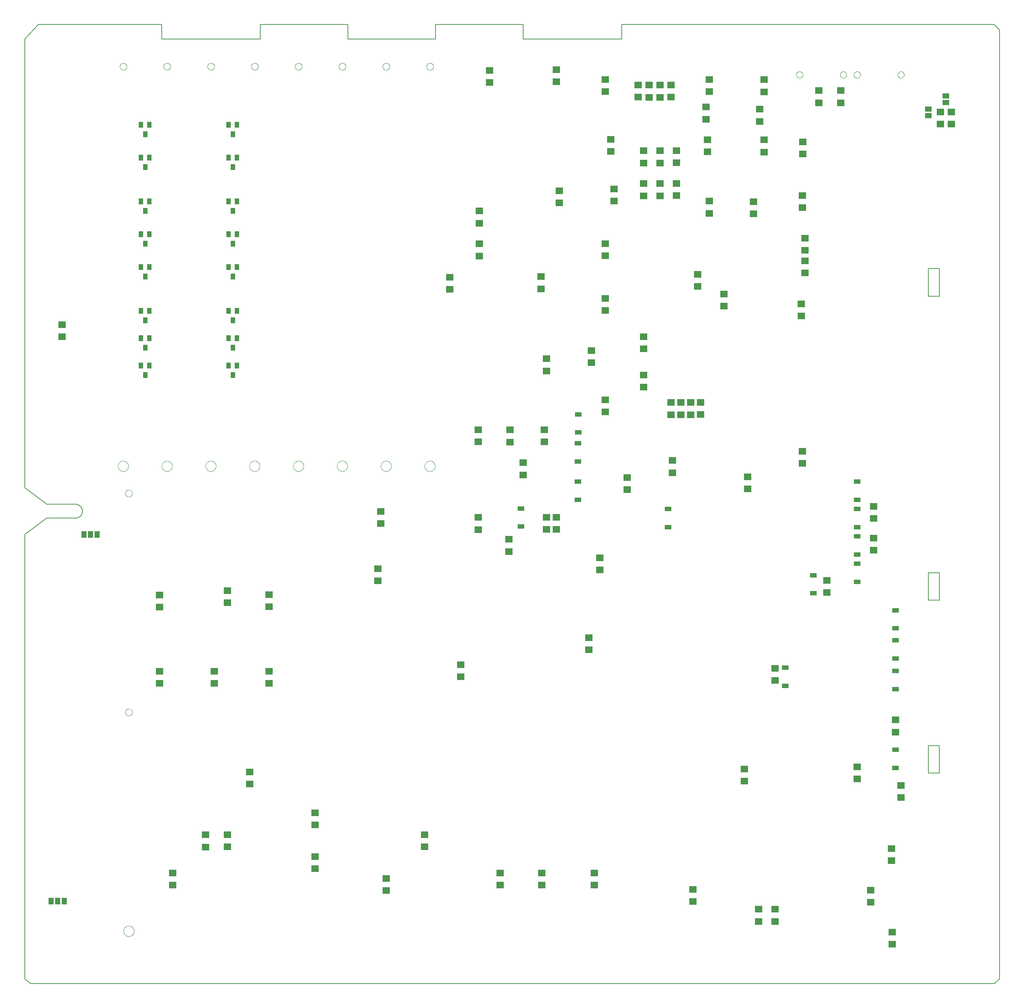
<source format=gbp>
G75*
%MOIN*%
%OFA0B0*%
%FSLAX25Y25*%
%IPPOS*%
%LPD*%
%AMOC8*
5,1,8,0,0,1.08239X$1,22.5*
%
%ADD10C,0.00600*%
%ADD11C,0.00000*%
%ADD12R,0.03937X0.05512*%
%ADD13R,0.07098X0.06299*%
%ADD14R,0.07087X0.06299*%
%ADD15R,0.06299X0.03937*%
%ADD16R,0.06300X0.04600*%
%ADD17R,0.04600X0.06300*%
D10*
X0004700Y0005800D02*
X0010200Y0001300D01*
X0890200Y0001300D01*
X0894700Y0005800D01*
X0894700Y0872800D01*
X0889700Y0877800D01*
X0549700Y0877800D01*
X0549700Y0864300D01*
X0459700Y0864300D01*
X0459700Y0877800D01*
X0379700Y0877800D01*
X0379700Y0864300D01*
X0299700Y0864300D01*
X0299700Y0877800D01*
X0219700Y0877800D01*
X0219700Y0864300D01*
X0129700Y0864300D01*
X0129700Y0877800D01*
X0017200Y0877800D01*
X0004700Y0864300D01*
X0004700Y0454300D01*
X0024700Y0439300D01*
X0051700Y0439300D01*
X0051856Y0439286D01*
X0052012Y0439267D01*
X0052168Y0439245D01*
X0052323Y0439219D01*
X0052477Y0439189D01*
X0052631Y0439155D01*
X0052783Y0439117D01*
X0052935Y0439075D01*
X0053085Y0439030D01*
X0053234Y0438981D01*
X0053382Y0438928D01*
X0053529Y0438871D01*
X0053674Y0438811D01*
X0053817Y0438748D01*
X0053959Y0438680D01*
X0054100Y0438609D01*
X0054238Y0438535D01*
X0054374Y0438457D01*
X0054509Y0438376D01*
X0054641Y0438291D01*
X0054772Y0438203D01*
X0054900Y0438112D01*
X0055025Y0438018D01*
X0055149Y0437921D01*
X0055269Y0437820D01*
X0055388Y0437717D01*
X0055503Y0437610D01*
X0055616Y0437501D01*
X0055726Y0437389D01*
X0055834Y0437274D01*
X0055938Y0437157D01*
X0056039Y0437037D01*
X0056138Y0436914D01*
X0056233Y0436789D01*
X0056325Y0436662D01*
X0056414Y0436532D01*
X0056500Y0436401D01*
X0056582Y0436267D01*
X0056661Y0436131D01*
X0056736Y0435993D01*
X0056808Y0435854D01*
X0056877Y0435712D01*
X0056942Y0435569D01*
X0057003Y0435425D01*
X0057061Y0435278D01*
X0057115Y0435131D01*
X0057165Y0434982D01*
X0057211Y0434832D01*
X0057254Y0434681D01*
X0057293Y0434529D01*
X0057328Y0434375D01*
X0057360Y0434221D01*
X0057387Y0434067D01*
X0057411Y0433911D01*
X0057430Y0433756D01*
X0057446Y0433599D01*
X0057458Y0433443D01*
X0057466Y0433286D01*
X0057470Y0433129D01*
X0057470Y0432971D01*
X0057466Y0432814D01*
X0057458Y0432657D01*
X0057446Y0432501D01*
X0057430Y0432344D01*
X0057411Y0432189D01*
X0057387Y0432033D01*
X0057360Y0431879D01*
X0057328Y0431725D01*
X0057293Y0431571D01*
X0057254Y0431419D01*
X0057211Y0431268D01*
X0057165Y0431118D01*
X0057115Y0430969D01*
X0057061Y0430822D01*
X0057003Y0430675D01*
X0056942Y0430531D01*
X0056877Y0430388D01*
X0056808Y0430246D01*
X0056736Y0430107D01*
X0056661Y0429969D01*
X0056582Y0429833D01*
X0056500Y0429699D01*
X0056414Y0429568D01*
X0056325Y0429438D01*
X0056233Y0429311D01*
X0056138Y0429186D01*
X0056039Y0429063D01*
X0055938Y0428943D01*
X0055834Y0428826D01*
X0055726Y0428711D01*
X0055616Y0428599D01*
X0055503Y0428490D01*
X0055388Y0428383D01*
X0055269Y0428280D01*
X0055149Y0428179D01*
X0055025Y0428082D01*
X0054900Y0427988D01*
X0054772Y0427897D01*
X0054641Y0427809D01*
X0054509Y0427724D01*
X0054374Y0427643D01*
X0054238Y0427565D01*
X0054100Y0427491D01*
X0053959Y0427420D01*
X0053817Y0427352D01*
X0053674Y0427289D01*
X0053529Y0427229D01*
X0053382Y0427172D01*
X0053234Y0427119D01*
X0053085Y0427070D01*
X0052935Y0427025D01*
X0052783Y0426983D01*
X0052631Y0426945D01*
X0052477Y0426911D01*
X0052323Y0426881D01*
X0052168Y0426855D01*
X0052012Y0426833D01*
X0051856Y0426814D01*
X0051700Y0426800D01*
X0024700Y0426800D01*
X0004700Y0411800D01*
X0004700Y0005800D01*
X0829700Y0193800D02*
X0829700Y0218800D01*
X0839700Y0218800D01*
X0839700Y0193800D01*
X0829700Y0193800D01*
X0829700Y0351800D02*
X0829700Y0376800D01*
X0839700Y0376800D01*
X0839700Y0351800D01*
X0829700Y0351800D01*
X0829700Y0629300D02*
X0829700Y0654800D01*
X0839700Y0654800D01*
X0839700Y0629300D01*
X0829700Y0629300D01*
D11*
X0801747Y0831800D02*
X0801749Y0831908D01*
X0801755Y0832017D01*
X0801765Y0832125D01*
X0801779Y0832232D01*
X0801797Y0832339D01*
X0801818Y0832446D01*
X0801844Y0832551D01*
X0801874Y0832656D01*
X0801907Y0832759D01*
X0801944Y0832861D01*
X0801985Y0832961D01*
X0802029Y0833060D01*
X0802078Y0833158D01*
X0802129Y0833253D01*
X0802184Y0833346D01*
X0802243Y0833438D01*
X0802305Y0833527D01*
X0802370Y0833614D01*
X0802438Y0833698D01*
X0802509Y0833780D01*
X0802583Y0833859D01*
X0802660Y0833935D01*
X0802740Y0834009D01*
X0802823Y0834079D01*
X0802908Y0834147D01*
X0802995Y0834211D01*
X0803085Y0834272D01*
X0803177Y0834330D01*
X0803271Y0834384D01*
X0803367Y0834435D01*
X0803464Y0834482D01*
X0803564Y0834526D01*
X0803665Y0834566D01*
X0803767Y0834602D01*
X0803870Y0834634D01*
X0803975Y0834663D01*
X0804081Y0834687D01*
X0804187Y0834708D01*
X0804294Y0834725D01*
X0804402Y0834738D01*
X0804510Y0834747D01*
X0804619Y0834752D01*
X0804727Y0834753D01*
X0804836Y0834750D01*
X0804944Y0834743D01*
X0805052Y0834732D01*
X0805159Y0834717D01*
X0805266Y0834698D01*
X0805372Y0834675D01*
X0805477Y0834649D01*
X0805582Y0834618D01*
X0805684Y0834584D01*
X0805786Y0834546D01*
X0805886Y0834504D01*
X0805985Y0834459D01*
X0806082Y0834410D01*
X0806176Y0834357D01*
X0806269Y0834301D01*
X0806360Y0834242D01*
X0806449Y0834179D01*
X0806535Y0834114D01*
X0806619Y0834045D01*
X0806700Y0833973D01*
X0806778Y0833898D01*
X0806854Y0833820D01*
X0806927Y0833739D01*
X0806997Y0833656D01*
X0807063Y0833571D01*
X0807127Y0833483D01*
X0807187Y0833392D01*
X0807244Y0833300D01*
X0807297Y0833205D01*
X0807347Y0833109D01*
X0807393Y0833011D01*
X0807436Y0832911D01*
X0807475Y0832810D01*
X0807510Y0832707D01*
X0807542Y0832604D01*
X0807569Y0832499D01*
X0807593Y0832393D01*
X0807613Y0832286D01*
X0807629Y0832179D01*
X0807641Y0832071D01*
X0807649Y0831963D01*
X0807653Y0831854D01*
X0807653Y0831746D01*
X0807649Y0831637D01*
X0807641Y0831529D01*
X0807629Y0831421D01*
X0807613Y0831314D01*
X0807593Y0831207D01*
X0807569Y0831101D01*
X0807542Y0830996D01*
X0807510Y0830893D01*
X0807475Y0830790D01*
X0807436Y0830689D01*
X0807393Y0830589D01*
X0807347Y0830491D01*
X0807297Y0830395D01*
X0807244Y0830300D01*
X0807187Y0830208D01*
X0807127Y0830117D01*
X0807063Y0830029D01*
X0806997Y0829944D01*
X0806927Y0829861D01*
X0806854Y0829780D01*
X0806778Y0829702D01*
X0806700Y0829627D01*
X0806619Y0829555D01*
X0806535Y0829486D01*
X0806449Y0829421D01*
X0806360Y0829358D01*
X0806269Y0829299D01*
X0806177Y0829243D01*
X0806082Y0829190D01*
X0805985Y0829141D01*
X0805886Y0829096D01*
X0805786Y0829054D01*
X0805684Y0829016D01*
X0805582Y0828982D01*
X0805477Y0828951D01*
X0805372Y0828925D01*
X0805266Y0828902D01*
X0805159Y0828883D01*
X0805052Y0828868D01*
X0804944Y0828857D01*
X0804836Y0828850D01*
X0804727Y0828847D01*
X0804619Y0828848D01*
X0804510Y0828853D01*
X0804402Y0828862D01*
X0804294Y0828875D01*
X0804187Y0828892D01*
X0804081Y0828913D01*
X0803975Y0828937D01*
X0803870Y0828966D01*
X0803767Y0828998D01*
X0803665Y0829034D01*
X0803564Y0829074D01*
X0803464Y0829118D01*
X0803367Y0829165D01*
X0803271Y0829216D01*
X0803177Y0829270D01*
X0803085Y0829328D01*
X0802995Y0829389D01*
X0802908Y0829453D01*
X0802823Y0829521D01*
X0802740Y0829591D01*
X0802660Y0829665D01*
X0802583Y0829741D01*
X0802509Y0829820D01*
X0802438Y0829902D01*
X0802370Y0829986D01*
X0802305Y0830073D01*
X0802243Y0830162D01*
X0802184Y0830254D01*
X0802129Y0830347D01*
X0802078Y0830442D01*
X0802029Y0830540D01*
X0801985Y0830639D01*
X0801944Y0830739D01*
X0801907Y0830841D01*
X0801874Y0830944D01*
X0801844Y0831049D01*
X0801818Y0831154D01*
X0801797Y0831261D01*
X0801779Y0831368D01*
X0801765Y0831475D01*
X0801755Y0831583D01*
X0801749Y0831692D01*
X0801747Y0831800D01*
X0761747Y0831800D02*
X0761749Y0831908D01*
X0761755Y0832017D01*
X0761765Y0832125D01*
X0761779Y0832232D01*
X0761797Y0832339D01*
X0761818Y0832446D01*
X0761844Y0832551D01*
X0761874Y0832656D01*
X0761907Y0832759D01*
X0761944Y0832861D01*
X0761985Y0832961D01*
X0762029Y0833060D01*
X0762078Y0833158D01*
X0762129Y0833253D01*
X0762184Y0833346D01*
X0762243Y0833438D01*
X0762305Y0833527D01*
X0762370Y0833614D01*
X0762438Y0833698D01*
X0762509Y0833780D01*
X0762583Y0833859D01*
X0762660Y0833935D01*
X0762740Y0834009D01*
X0762823Y0834079D01*
X0762908Y0834147D01*
X0762995Y0834211D01*
X0763085Y0834272D01*
X0763177Y0834330D01*
X0763271Y0834384D01*
X0763367Y0834435D01*
X0763464Y0834482D01*
X0763564Y0834526D01*
X0763665Y0834566D01*
X0763767Y0834602D01*
X0763870Y0834634D01*
X0763975Y0834663D01*
X0764081Y0834687D01*
X0764187Y0834708D01*
X0764294Y0834725D01*
X0764402Y0834738D01*
X0764510Y0834747D01*
X0764619Y0834752D01*
X0764727Y0834753D01*
X0764836Y0834750D01*
X0764944Y0834743D01*
X0765052Y0834732D01*
X0765159Y0834717D01*
X0765266Y0834698D01*
X0765372Y0834675D01*
X0765477Y0834649D01*
X0765582Y0834618D01*
X0765684Y0834584D01*
X0765786Y0834546D01*
X0765886Y0834504D01*
X0765985Y0834459D01*
X0766082Y0834410D01*
X0766176Y0834357D01*
X0766269Y0834301D01*
X0766360Y0834242D01*
X0766449Y0834179D01*
X0766535Y0834114D01*
X0766619Y0834045D01*
X0766700Y0833973D01*
X0766778Y0833898D01*
X0766854Y0833820D01*
X0766927Y0833739D01*
X0766997Y0833656D01*
X0767063Y0833571D01*
X0767127Y0833483D01*
X0767187Y0833392D01*
X0767244Y0833300D01*
X0767297Y0833205D01*
X0767347Y0833109D01*
X0767393Y0833011D01*
X0767436Y0832911D01*
X0767475Y0832810D01*
X0767510Y0832707D01*
X0767542Y0832604D01*
X0767569Y0832499D01*
X0767593Y0832393D01*
X0767613Y0832286D01*
X0767629Y0832179D01*
X0767641Y0832071D01*
X0767649Y0831963D01*
X0767653Y0831854D01*
X0767653Y0831746D01*
X0767649Y0831637D01*
X0767641Y0831529D01*
X0767629Y0831421D01*
X0767613Y0831314D01*
X0767593Y0831207D01*
X0767569Y0831101D01*
X0767542Y0830996D01*
X0767510Y0830893D01*
X0767475Y0830790D01*
X0767436Y0830689D01*
X0767393Y0830589D01*
X0767347Y0830491D01*
X0767297Y0830395D01*
X0767244Y0830300D01*
X0767187Y0830208D01*
X0767127Y0830117D01*
X0767063Y0830029D01*
X0766997Y0829944D01*
X0766927Y0829861D01*
X0766854Y0829780D01*
X0766778Y0829702D01*
X0766700Y0829627D01*
X0766619Y0829555D01*
X0766535Y0829486D01*
X0766449Y0829421D01*
X0766360Y0829358D01*
X0766269Y0829299D01*
X0766177Y0829243D01*
X0766082Y0829190D01*
X0765985Y0829141D01*
X0765886Y0829096D01*
X0765786Y0829054D01*
X0765684Y0829016D01*
X0765582Y0828982D01*
X0765477Y0828951D01*
X0765372Y0828925D01*
X0765266Y0828902D01*
X0765159Y0828883D01*
X0765052Y0828868D01*
X0764944Y0828857D01*
X0764836Y0828850D01*
X0764727Y0828847D01*
X0764619Y0828848D01*
X0764510Y0828853D01*
X0764402Y0828862D01*
X0764294Y0828875D01*
X0764187Y0828892D01*
X0764081Y0828913D01*
X0763975Y0828937D01*
X0763870Y0828966D01*
X0763767Y0828998D01*
X0763665Y0829034D01*
X0763564Y0829074D01*
X0763464Y0829118D01*
X0763367Y0829165D01*
X0763271Y0829216D01*
X0763177Y0829270D01*
X0763085Y0829328D01*
X0762995Y0829389D01*
X0762908Y0829453D01*
X0762823Y0829521D01*
X0762740Y0829591D01*
X0762660Y0829665D01*
X0762583Y0829741D01*
X0762509Y0829820D01*
X0762438Y0829902D01*
X0762370Y0829986D01*
X0762305Y0830073D01*
X0762243Y0830162D01*
X0762184Y0830254D01*
X0762129Y0830347D01*
X0762078Y0830442D01*
X0762029Y0830540D01*
X0761985Y0830639D01*
X0761944Y0830739D01*
X0761907Y0830841D01*
X0761874Y0830944D01*
X0761844Y0831049D01*
X0761818Y0831154D01*
X0761797Y0831261D01*
X0761779Y0831368D01*
X0761765Y0831475D01*
X0761755Y0831583D01*
X0761749Y0831692D01*
X0761747Y0831800D01*
X0749247Y0831800D02*
X0749249Y0831908D01*
X0749255Y0832017D01*
X0749265Y0832125D01*
X0749279Y0832232D01*
X0749297Y0832339D01*
X0749318Y0832446D01*
X0749344Y0832551D01*
X0749374Y0832656D01*
X0749407Y0832759D01*
X0749444Y0832861D01*
X0749485Y0832961D01*
X0749529Y0833060D01*
X0749578Y0833158D01*
X0749629Y0833253D01*
X0749684Y0833346D01*
X0749743Y0833438D01*
X0749805Y0833527D01*
X0749870Y0833614D01*
X0749938Y0833698D01*
X0750009Y0833780D01*
X0750083Y0833859D01*
X0750160Y0833935D01*
X0750240Y0834009D01*
X0750323Y0834079D01*
X0750408Y0834147D01*
X0750495Y0834211D01*
X0750585Y0834272D01*
X0750677Y0834330D01*
X0750771Y0834384D01*
X0750867Y0834435D01*
X0750964Y0834482D01*
X0751064Y0834526D01*
X0751165Y0834566D01*
X0751267Y0834602D01*
X0751370Y0834634D01*
X0751475Y0834663D01*
X0751581Y0834687D01*
X0751687Y0834708D01*
X0751794Y0834725D01*
X0751902Y0834738D01*
X0752010Y0834747D01*
X0752119Y0834752D01*
X0752227Y0834753D01*
X0752336Y0834750D01*
X0752444Y0834743D01*
X0752552Y0834732D01*
X0752659Y0834717D01*
X0752766Y0834698D01*
X0752872Y0834675D01*
X0752977Y0834649D01*
X0753082Y0834618D01*
X0753184Y0834584D01*
X0753286Y0834546D01*
X0753386Y0834504D01*
X0753485Y0834459D01*
X0753582Y0834410D01*
X0753676Y0834357D01*
X0753769Y0834301D01*
X0753860Y0834242D01*
X0753949Y0834179D01*
X0754035Y0834114D01*
X0754119Y0834045D01*
X0754200Y0833973D01*
X0754278Y0833898D01*
X0754354Y0833820D01*
X0754427Y0833739D01*
X0754497Y0833656D01*
X0754563Y0833571D01*
X0754627Y0833483D01*
X0754687Y0833392D01*
X0754744Y0833300D01*
X0754797Y0833205D01*
X0754847Y0833109D01*
X0754893Y0833011D01*
X0754936Y0832911D01*
X0754975Y0832810D01*
X0755010Y0832707D01*
X0755042Y0832604D01*
X0755069Y0832499D01*
X0755093Y0832393D01*
X0755113Y0832286D01*
X0755129Y0832179D01*
X0755141Y0832071D01*
X0755149Y0831963D01*
X0755153Y0831854D01*
X0755153Y0831746D01*
X0755149Y0831637D01*
X0755141Y0831529D01*
X0755129Y0831421D01*
X0755113Y0831314D01*
X0755093Y0831207D01*
X0755069Y0831101D01*
X0755042Y0830996D01*
X0755010Y0830893D01*
X0754975Y0830790D01*
X0754936Y0830689D01*
X0754893Y0830589D01*
X0754847Y0830491D01*
X0754797Y0830395D01*
X0754744Y0830300D01*
X0754687Y0830208D01*
X0754627Y0830117D01*
X0754563Y0830029D01*
X0754497Y0829944D01*
X0754427Y0829861D01*
X0754354Y0829780D01*
X0754278Y0829702D01*
X0754200Y0829627D01*
X0754119Y0829555D01*
X0754035Y0829486D01*
X0753949Y0829421D01*
X0753860Y0829358D01*
X0753769Y0829299D01*
X0753677Y0829243D01*
X0753582Y0829190D01*
X0753485Y0829141D01*
X0753386Y0829096D01*
X0753286Y0829054D01*
X0753184Y0829016D01*
X0753082Y0828982D01*
X0752977Y0828951D01*
X0752872Y0828925D01*
X0752766Y0828902D01*
X0752659Y0828883D01*
X0752552Y0828868D01*
X0752444Y0828857D01*
X0752336Y0828850D01*
X0752227Y0828847D01*
X0752119Y0828848D01*
X0752010Y0828853D01*
X0751902Y0828862D01*
X0751794Y0828875D01*
X0751687Y0828892D01*
X0751581Y0828913D01*
X0751475Y0828937D01*
X0751370Y0828966D01*
X0751267Y0828998D01*
X0751165Y0829034D01*
X0751064Y0829074D01*
X0750964Y0829118D01*
X0750867Y0829165D01*
X0750771Y0829216D01*
X0750677Y0829270D01*
X0750585Y0829328D01*
X0750495Y0829389D01*
X0750408Y0829453D01*
X0750323Y0829521D01*
X0750240Y0829591D01*
X0750160Y0829665D01*
X0750083Y0829741D01*
X0750009Y0829820D01*
X0749938Y0829902D01*
X0749870Y0829986D01*
X0749805Y0830073D01*
X0749743Y0830162D01*
X0749684Y0830254D01*
X0749629Y0830347D01*
X0749578Y0830442D01*
X0749529Y0830540D01*
X0749485Y0830639D01*
X0749444Y0830739D01*
X0749407Y0830841D01*
X0749374Y0830944D01*
X0749344Y0831049D01*
X0749318Y0831154D01*
X0749297Y0831261D01*
X0749279Y0831368D01*
X0749265Y0831475D01*
X0749255Y0831583D01*
X0749249Y0831692D01*
X0749247Y0831800D01*
X0709247Y0831800D02*
X0709249Y0831908D01*
X0709255Y0832017D01*
X0709265Y0832125D01*
X0709279Y0832232D01*
X0709297Y0832339D01*
X0709318Y0832446D01*
X0709344Y0832551D01*
X0709374Y0832656D01*
X0709407Y0832759D01*
X0709444Y0832861D01*
X0709485Y0832961D01*
X0709529Y0833060D01*
X0709578Y0833158D01*
X0709629Y0833253D01*
X0709684Y0833346D01*
X0709743Y0833438D01*
X0709805Y0833527D01*
X0709870Y0833614D01*
X0709938Y0833698D01*
X0710009Y0833780D01*
X0710083Y0833859D01*
X0710160Y0833935D01*
X0710240Y0834009D01*
X0710323Y0834079D01*
X0710408Y0834147D01*
X0710495Y0834211D01*
X0710585Y0834272D01*
X0710677Y0834330D01*
X0710771Y0834384D01*
X0710867Y0834435D01*
X0710964Y0834482D01*
X0711064Y0834526D01*
X0711165Y0834566D01*
X0711267Y0834602D01*
X0711370Y0834634D01*
X0711475Y0834663D01*
X0711581Y0834687D01*
X0711687Y0834708D01*
X0711794Y0834725D01*
X0711902Y0834738D01*
X0712010Y0834747D01*
X0712119Y0834752D01*
X0712227Y0834753D01*
X0712336Y0834750D01*
X0712444Y0834743D01*
X0712552Y0834732D01*
X0712659Y0834717D01*
X0712766Y0834698D01*
X0712872Y0834675D01*
X0712977Y0834649D01*
X0713082Y0834618D01*
X0713184Y0834584D01*
X0713286Y0834546D01*
X0713386Y0834504D01*
X0713485Y0834459D01*
X0713582Y0834410D01*
X0713676Y0834357D01*
X0713769Y0834301D01*
X0713860Y0834242D01*
X0713949Y0834179D01*
X0714035Y0834114D01*
X0714119Y0834045D01*
X0714200Y0833973D01*
X0714278Y0833898D01*
X0714354Y0833820D01*
X0714427Y0833739D01*
X0714497Y0833656D01*
X0714563Y0833571D01*
X0714627Y0833483D01*
X0714687Y0833392D01*
X0714744Y0833300D01*
X0714797Y0833205D01*
X0714847Y0833109D01*
X0714893Y0833011D01*
X0714936Y0832911D01*
X0714975Y0832810D01*
X0715010Y0832707D01*
X0715042Y0832604D01*
X0715069Y0832499D01*
X0715093Y0832393D01*
X0715113Y0832286D01*
X0715129Y0832179D01*
X0715141Y0832071D01*
X0715149Y0831963D01*
X0715153Y0831854D01*
X0715153Y0831746D01*
X0715149Y0831637D01*
X0715141Y0831529D01*
X0715129Y0831421D01*
X0715113Y0831314D01*
X0715093Y0831207D01*
X0715069Y0831101D01*
X0715042Y0830996D01*
X0715010Y0830893D01*
X0714975Y0830790D01*
X0714936Y0830689D01*
X0714893Y0830589D01*
X0714847Y0830491D01*
X0714797Y0830395D01*
X0714744Y0830300D01*
X0714687Y0830208D01*
X0714627Y0830117D01*
X0714563Y0830029D01*
X0714497Y0829944D01*
X0714427Y0829861D01*
X0714354Y0829780D01*
X0714278Y0829702D01*
X0714200Y0829627D01*
X0714119Y0829555D01*
X0714035Y0829486D01*
X0713949Y0829421D01*
X0713860Y0829358D01*
X0713769Y0829299D01*
X0713677Y0829243D01*
X0713582Y0829190D01*
X0713485Y0829141D01*
X0713386Y0829096D01*
X0713286Y0829054D01*
X0713184Y0829016D01*
X0713082Y0828982D01*
X0712977Y0828951D01*
X0712872Y0828925D01*
X0712766Y0828902D01*
X0712659Y0828883D01*
X0712552Y0828868D01*
X0712444Y0828857D01*
X0712336Y0828850D01*
X0712227Y0828847D01*
X0712119Y0828848D01*
X0712010Y0828853D01*
X0711902Y0828862D01*
X0711794Y0828875D01*
X0711687Y0828892D01*
X0711581Y0828913D01*
X0711475Y0828937D01*
X0711370Y0828966D01*
X0711267Y0828998D01*
X0711165Y0829034D01*
X0711064Y0829074D01*
X0710964Y0829118D01*
X0710867Y0829165D01*
X0710771Y0829216D01*
X0710677Y0829270D01*
X0710585Y0829328D01*
X0710495Y0829389D01*
X0710408Y0829453D01*
X0710323Y0829521D01*
X0710240Y0829591D01*
X0710160Y0829665D01*
X0710083Y0829741D01*
X0710009Y0829820D01*
X0709938Y0829902D01*
X0709870Y0829986D01*
X0709805Y0830073D01*
X0709743Y0830162D01*
X0709684Y0830254D01*
X0709629Y0830347D01*
X0709578Y0830442D01*
X0709529Y0830540D01*
X0709485Y0830639D01*
X0709444Y0830739D01*
X0709407Y0830841D01*
X0709374Y0830944D01*
X0709344Y0831049D01*
X0709318Y0831154D01*
X0709297Y0831261D01*
X0709279Y0831368D01*
X0709265Y0831475D01*
X0709255Y0831583D01*
X0709249Y0831692D01*
X0709247Y0831800D01*
X0371550Y0839300D02*
X0371552Y0839412D01*
X0371558Y0839523D01*
X0371568Y0839635D01*
X0371582Y0839746D01*
X0371599Y0839856D01*
X0371621Y0839966D01*
X0371647Y0840075D01*
X0371676Y0840183D01*
X0371709Y0840289D01*
X0371746Y0840395D01*
X0371787Y0840499D01*
X0371832Y0840602D01*
X0371880Y0840703D01*
X0371931Y0840802D01*
X0371986Y0840899D01*
X0372045Y0840994D01*
X0372106Y0841088D01*
X0372171Y0841179D01*
X0372240Y0841267D01*
X0372311Y0841353D01*
X0372385Y0841437D01*
X0372463Y0841517D01*
X0372543Y0841595D01*
X0372626Y0841671D01*
X0372711Y0841743D01*
X0372799Y0841812D01*
X0372889Y0841878D01*
X0372982Y0841940D01*
X0373077Y0842000D01*
X0373174Y0842056D01*
X0373272Y0842108D01*
X0373373Y0842157D01*
X0373475Y0842202D01*
X0373579Y0842244D01*
X0373684Y0842282D01*
X0373791Y0842316D01*
X0373898Y0842346D01*
X0374007Y0842373D01*
X0374116Y0842395D01*
X0374227Y0842414D01*
X0374337Y0842429D01*
X0374449Y0842440D01*
X0374560Y0842447D01*
X0374672Y0842450D01*
X0374784Y0842449D01*
X0374896Y0842444D01*
X0375007Y0842435D01*
X0375118Y0842422D01*
X0375229Y0842405D01*
X0375339Y0842385D01*
X0375448Y0842360D01*
X0375556Y0842332D01*
X0375663Y0842299D01*
X0375769Y0842263D01*
X0375873Y0842223D01*
X0375976Y0842180D01*
X0376078Y0842133D01*
X0376177Y0842082D01*
X0376275Y0842028D01*
X0376371Y0841970D01*
X0376465Y0841909D01*
X0376556Y0841845D01*
X0376645Y0841778D01*
X0376732Y0841707D01*
X0376816Y0841633D01*
X0376898Y0841557D01*
X0376976Y0841477D01*
X0377052Y0841395D01*
X0377125Y0841310D01*
X0377195Y0841223D01*
X0377261Y0841133D01*
X0377325Y0841041D01*
X0377385Y0840947D01*
X0377442Y0840851D01*
X0377495Y0840752D01*
X0377545Y0840652D01*
X0377591Y0840551D01*
X0377634Y0840447D01*
X0377673Y0840342D01*
X0377708Y0840236D01*
X0377739Y0840129D01*
X0377767Y0840020D01*
X0377790Y0839911D01*
X0377810Y0839801D01*
X0377826Y0839690D01*
X0377838Y0839579D01*
X0377846Y0839468D01*
X0377850Y0839356D01*
X0377850Y0839244D01*
X0377846Y0839132D01*
X0377838Y0839021D01*
X0377826Y0838910D01*
X0377810Y0838799D01*
X0377790Y0838689D01*
X0377767Y0838580D01*
X0377739Y0838471D01*
X0377708Y0838364D01*
X0377673Y0838258D01*
X0377634Y0838153D01*
X0377591Y0838049D01*
X0377545Y0837948D01*
X0377495Y0837848D01*
X0377442Y0837749D01*
X0377385Y0837653D01*
X0377325Y0837559D01*
X0377261Y0837467D01*
X0377195Y0837377D01*
X0377125Y0837290D01*
X0377052Y0837205D01*
X0376976Y0837123D01*
X0376898Y0837043D01*
X0376816Y0836967D01*
X0376732Y0836893D01*
X0376645Y0836822D01*
X0376556Y0836755D01*
X0376465Y0836691D01*
X0376371Y0836630D01*
X0376275Y0836572D01*
X0376177Y0836518D01*
X0376078Y0836467D01*
X0375976Y0836420D01*
X0375873Y0836377D01*
X0375769Y0836337D01*
X0375663Y0836301D01*
X0375556Y0836268D01*
X0375448Y0836240D01*
X0375339Y0836215D01*
X0375229Y0836195D01*
X0375118Y0836178D01*
X0375007Y0836165D01*
X0374896Y0836156D01*
X0374784Y0836151D01*
X0374672Y0836150D01*
X0374560Y0836153D01*
X0374449Y0836160D01*
X0374337Y0836171D01*
X0374227Y0836186D01*
X0374116Y0836205D01*
X0374007Y0836227D01*
X0373898Y0836254D01*
X0373791Y0836284D01*
X0373684Y0836318D01*
X0373579Y0836356D01*
X0373475Y0836398D01*
X0373373Y0836443D01*
X0373272Y0836492D01*
X0373174Y0836544D01*
X0373077Y0836600D01*
X0372982Y0836660D01*
X0372889Y0836722D01*
X0372799Y0836788D01*
X0372711Y0836857D01*
X0372626Y0836929D01*
X0372543Y0837005D01*
X0372463Y0837083D01*
X0372385Y0837163D01*
X0372311Y0837247D01*
X0372240Y0837333D01*
X0372171Y0837421D01*
X0372106Y0837512D01*
X0372045Y0837606D01*
X0371986Y0837701D01*
X0371931Y0837798D01*
X0371880Y0837897D01*
X0371832Y0837998D01*
X0371787Y0838101D01*
X0371746Y0838205D01*
X0371709Y0838311D01*
X0371676Y0838417D01*
X0371647Y0838525D01*
X0371621Y0838634D01*
X0371599Y0838744D01*
X0371582Y0838854D01*
X0371568Y0838965D01*
X0371558Y0839077D01*
X0371552Y0839188D01*
X0371550Y0839300D01*
X0331550Y0839300D02*
X0331552Y0839412D01*
X0331558Y0839523D01*
X0331568Y0839635D01*
X0331582Y0839746D01*
X0331599Y0839856D01*
X0331621Y0839966D01*
X0331647Y0840075D01*
X0331676Y0840183D01*
X0331709Y0840289D01*
X0331746Y0840395D01*
X0331787Y0840499D01*
X0331832Y0840602D01*
X0331880Y0840703D01*
X0331931Y0840802D01*
X0331986Y0840899D01*
X0332045Y0840994D01*
X0332106Y0841088D01*
X0332171Y0841179D01*
X0332240Y0841267D01*
X0332311Y0841353D01*
X0332385Y0841437D01*
X0332463Y0841517D01*
X0332543Y0841595D01*
X0332626Y0841671D01*
X0332711Y0841743D01*
X0332799Y0841812D01*
X0332889Y0841878D01*
X0332982Y0841940D01*
X0333077Y0842000D01*
X0333174Y0842056D01*
X0333272Y0842108D01*
X0333373Y0842157D01*
X0333475Y0842202D01*
X0333579Y0842244D01*
X0333684Y0842282D01*
X0333791Y0842316D01*
X0333898Y0842346D01*
X0334007Y0842373D01*
X0334116Y0842395D01*
X0334227Y0842414D01*
X0334337Y0842429D01*
X0334449Y0842440D01*
X0334560Y0842447D01*
X0334672Y0842450D01*
X0334784Y0842449D01*
X0334896Y0842444D01*
X0335007Y0842435D01*
X0335118Y0842422D01*
X0335229Y0842405D01*
X0335339Y0842385D01*
X0335448Y0842360D01*
X0335556Y0842332D01*
X0335663Y0842299D01*
X0335769Y0842263D01*
X0335873Y0842223D01*
X0335976Y0842180D01*
X0336078Y0842133D01*
X0336177Y0842082D01*
X0336275Y0842028D01*
X0336371Y0841970D01*
X0336465Y0841909D01*
X0336556Y0841845D01*
X0336645Y0841778D01*
X0336732Y0841707D01*
X0336816Y0841633D01*
X0336898Y0841557D01*
X0336976Y0841477D01*
X0337052Y0841395D01*
X0337125Y0841310D01*
X0337195Y0841223D01*
X0337261Y0841133D01*
X0337325Y0841041D01*
X0337385Y0840947D01*
X0337442Y0840851D01*
X0337495Y0840752D01*
X0337545Y0840652D01*
X0337591Y0840551D01*
X0337634Y0840447D01*
X0337673Y0840342D01*
X0337708Y0840236D01*
X0337739Y0840129D01*
X0337767Y0840020D01*
X0337790Y0839911D01*
X0337810Y0839801D01*
X0337826Y0839690D01*
X0337838Y0839579D01*
X0337846Y0839468D01*
X0337850Y0839356D01*
X0337850Y0839244D01*
X0337846Y0839132D01*
X0337838Y0839021D01*
X0337826Y0838910D01*
X0337810Y0838799D01*
X0337790Y0838689D01*
X0337767Y0838580D01*
X0337739Y0838471D01*
X0337708Y0838364D01*
X0337673Y0838258D01*
X0337634Y0838153D01*
X0337591Y0838049D01*
X0337545Y0837948D01*
X0337495Y0837848D01*
X0337442Y0837749D01*
X0337385Y0837653D01*
X0337325Y0837559D01*
X0337261Y0837467D01*
X0337195Y0837377D01*
X0337125Y0837290D01*
X0337052Y0837205D01*
X0336976Y0837123D01*
X0336898Y0837043D01*
X0336816Y0836967D01*
X0336732Y0836893D01*
X0336645Y0836822D01*
X0336556Y0836755D01*
X0336465Y0836691D01*
X0336371Y0836630D01*
X0336275Y0836572D01*
X0336177Y0836518D01*
X0336078Y0836467D01*
X0335976Y0836420D01*
X0335873Y0836377D01*
X0335769Y0836337D01*
X0335663Y0836301D01*
X0335556Y0836268D01*
X0335448Y0836240D01*
X0335339Y0836215D01*
X0335229Y0836195D01*
X0335118Y0836178D01*
X0335007Y0836165D01*
X0334896Y0836156D01*
X0334784Y0836151D01*
X0334672Y0836150D01*
X0334560Y0836153D01*
X0334449Y0836160D01*
X0334337Y0836171D01*
X0334227Y0836186D01*
X0334116Y0836205D01*
X0334007Y0836227D01*
X0333898Y0836254D01*
X0333791Y0836284D01*
X0333684Y0836318D01*
X0333579Y0836356D01*
X0333475Y0836398D01*
X0333373Y0836443D01*
X0333272Y0836492D01*
X0333174Y0836544D01*
X0333077Y0836600D01*
X0332982Y0836660D01*
X0332889Y0836722D01*
X0332799Y0836788D01*
X0332711Y0836857D01*
X0332626Y0836929D01*
X0332543Y0837005D01*
X0332463Y0837083D01*
X0332385Y0837163D01*
X0332311Y0837247D01*
X0332240Y0837333D01*
X0332171Y0837421D01*
X0332106Y0837512D01*
X0332045Y0837606D01*
X0331986Y0837701D01*
X0331931Y0837798D01*
X0331880Y0837897D01*
X0331832Y0837998D01*
X0331787Y0838101D01*
X0331746Y0838205D01*
X0331709Y0838311D01*
X0331676Y0838417D01*
X0331647Y0838525D01*
X0331621Y0838634D01*
X0331599Y0838744D01*
X0331582Y0838854D01*
X0331568Y0838965D01*
X0331558Y0839077D01*
X0331552Y0839188D01*
X0331550Y0839300D01*
X0291550Y0839300D02*
X0291552Y0839412D01*
X0291558Y0839523D01*
X0291568Y0839635D01*
X0291582Y0839746D01*
X0291599Y0839856D01*
X0291621Y0839966D01*
X0291647Y0840075D01*
X0291676Y0840183D01*
X0291709Y0840289D01*
X0291746Y0840395D01*
X0291787Y0840499D01*
X0291832Y0840602D01*
X0291880Y0840703D01*
X0291931Y0840802D01*
X0291986Y0840899D01*
X0292045Y0840994D01*
X0292106Y0841088D01*
X0292171Y0841179D01*
X0292240Y0841267D01*
X0292311Y0841353D01*
X0292385Y0841437D01*
X0292463Y0841517D01*
X0292543Y0841595D01*
X0292626Y0841671D01*
X0292711Y0841743D01*
X0292799Y0841812D01*
X0292889Y0841878D01*
X0292982Y0841940D01*
X0293077Y0842000D01*
X0293174Y0842056D01*
X0293272Y0842108D01*
X0293373Y0842157D01*
X0293475Y0842202D01*
X0293579Y0842244D01*
X0293684Y0842282D01*
X0293791Y0842316D01*
X0293898Y0842346D01*
X0294007Y0842373D01*
X0294116Y0842395D01*
X0294227Y0842414D01*
X0294337Y0842429D01*
X0294449Y0842440D01*
X0294560Y0842447D01*
X0294672Y0842450D01*
X0294784Y0842449D01*
X0294896Y0842444D01*
X0295007Y0842435D01*
X0295118Y0842422D01*
X0295229Y0842405D01*
X0295339Y0842385D01*
X0295448Y0842360D01*
X0295556Y0842332D01*
X0295663Y0842299D01*
X0295769Y0842263D01*
X0295873Y0842223D01*
X0295976Y0842180D01*
X0296078Y0842133D01*
X0296177Y0842082D01*
X0296275Y0842028D01*
X0296371Y0841970D01*
X0296465Y0841909D01*
X0296556Y0841845D01*
X0296645Y0841778D01*
X0296732Y0841707D01*
X0296816Y0841633D01*
X0296898Y0841557D01*
X0296976Y0841477D01*
X0297052Y0841395D01*
X0297125Y0841310D01*
X0297195Y0841223D01*
X0297261Y0841133D01*
X0297325Y0841041D01*
X0297385Y0840947D01*
X0297442Y0840851D01*
X0297495Y0840752D01*
X0297545Y0840652D01*
X0297591Y0840551D01*
X0297634Y0840447D01*
X0297673Y0840342D01*
X0297708Y0840236D01*
X0297739Y0840129D01*
X0297767Y0840020D01*
X0297790Y0839911D01*
X0297810Y0839801D01*
X0297826Y0839690D01*
X0297838Y0839579D01*
X0297846Y0839468D01*
X0297850Y0839356D01*
X0297850Y0839244D01*
X0297846Y0839132D01*
X0297838Y0839021D01*
X0297826Y0838910D01*
X0297810Y0838799D01*
X0297790Y0838689D01*
X0297767Y0838580D01*
X0297739Y0838471D01*
X0297708Y0838364D01*
X0297673Y0838258D01*
X0297634Y0838153D01*
X0297591Y0838049D01*
X0297545Y0837948D01*
X0297495Y0837848D01*
X0297442Y0837749D01*
X0297385Y0837653D01*
X0297325Y0837559D01*
X0297261Y0837467D01*
X0297195Y0837377D01*
X0297125Y0837290D01*
X0297052Y0837205D01*
X0296976Y0837123D01*
X0296898Y0837043D01*
X0296816Y0836967D01*
X0296732Y0836893D01*
X0296645Y0836822D01*
X0296556Y0836755D01*
X0296465Y0836691D01*
X0296371Y0836630D01*
X0296275Y0836572D01*
X0296177Y0836518D01*
X0296078Y0836467D01*
X0295976Y0836420D01*
X0295873Y0836377D01*
X0295769Y0836337D01*
X0295663Y0836301D01*
X0295556Y0836268D01*
X0295448Y0836240D01*
X0295339Y0836215D01*
X0295229Y0836195D01*
X0295118Y0836178D01*
X0295007Y0836165D01*
X0294896Y0836156D01*
X0294784Y0836151D01*
X0294672Y0836150D01*
X0294560Y0836153D01*
X0294449Y0836160D01*
X0294337Y0836171D01*
X0294227Y0836186D01*
X0294116Y0836205D01*
X0294007Y0836227D01*
X0293898Y0836254D01*
X0293791Y0836284D01*
X0293684Y0836318D01*
X0293579Y0836356D01*
X0293475Y0836398D01*
X0293373Y0836443D01*
X0293272Y0836492D01*
X0293174Y0836544D01*
X0293077Y0836600D01*
X0292982Y0836660D01*
X0292889Y0836722D01*
X0292799Y0836788D01*
X0292711Y0836857D01*
X0292626Y0836929D01*
X0292543Y0837005D01*
X0292463Y0837083D01*
X0292385Y0837163D01*
X0292311Y0837247D01*
X0292240Y0837333D01*
X0292171Y0837421D01*
X0292106Y0837512D01*
X0292045Y0837606D01*
X0291986Y0837701D01*
X0291931Y0837798D01*
X0291880Y0837897D01*
X0291832Y0837998D01*
X0291787Y0838101D01*
X0291746Y0838205D01*
X0291709Y0838311D01*
X0291676Y0838417D01*
X0291647Y0838525D01*
X0291621Y0838634D01*
X0291599Y0838744D01*
X0291582Y0838854D01*
X0291568Y0838965D01*
X0291558Y0839077D01*
X0291552Y0839188D01*
X0291550Y0839300D01*
X0251550Y0839300D02*
X0251552Y0839412D01*
X0251558Y0839523D01*
X0251568Y0839635D01*
X0251582Y0839746D01*
X0251599Y0839856D01*
X0251621Y0839966D01*
X0251647Y0840075D01*
X0251676Y0840183D01*
X0251709Y0840289D01*
X0251746Y0840395D01*
X0251787Y0840499D01*
X0251832Y0840602D01*
X0251880Y0840703D01*
X0251931Y0840802D01*
X0251986Y0840899D01*
X0252045Y0840994D01*
X0252106Y0841088D01*
X0252171Y0841179D01*
X0252240Y0841267D01*
X0252311Y0841353D01*
X0252385Y0841437D01*
X0252463Y0841517D01*
X0252543Y0841595D01*
X0252626Y0841671D01*
X0252711Y0841743D01*
X0252799Y0841812D01*
X0252889Y0841878D01*
X0252982Y0841940D01*
X0253077Y0842000D01*
X0253174Y0842056D01*
X0253272Y0842108D01*
X0253373Y0842157D01*
X0253475Y0842202D01*
X0253579Y0842244D01*
X0253684Y0842282D01*
X0253791Y0842316D01*
X0253898Y0842346D01*
X0254007Y0842373D01*
X0254116Y0842395D01*
X0254227Y0842414D01*
X0254337Y0842429D01*
X0254449Y0842440D01*
X0254560Y0842447D01*
X0254672Y0842450D01*
X0254784Y0842449D01*
X0254896Y0842444D01*
X0255007Y0842435D01*
X0255118Y0842422D01*
X0255229Y0842405D01*
X0255339Y0842385D01*
X0255448Y0842360D01*
X0255556Y0842332D01*
X0255663Y0842299D01*
X0255769Y0842263D01*
X0255873Y0842223D01*
X0255976Y0842180D01*
X0256078Y0842133D01*
X0256177Y0842082D01*
X0256275Y0842028D01*
X0256371Y0841970D01*
X0256465Y0841909D01*
X0256556Y0841845D01*
X0256645Y0841778D01*
X0256732Y0841707D01*
X0256816Y0841633D01*
X0256898Y0841557D01*
X0256976Y0841477D01*
X0257052Y0841395D01*
X0257125Y0841310D01*
X0257195Y0841223D01*
X0257261Y0841133D01*
X0257325Y0841041D01*
X0257385Y0840947D01*
X0257442Y0840851D01*
X0257495Y0840752D01*
X0257545Y0840652D01*
X0257591Y0840551D01*
X0257634Y0840447D01*
X0257673Y0840342D01*
X0257708Y0840236D01*
X0257739Y0840129D01*
X0257767Y0840020D01*
X0257790Y0839911D01*
X0257810Y0839801D01*
X0257826Y0839690D01*
X0257838Y0839579D01*
X0257846Y0839468D01*
X0257850Y0839356D01*
X0257850Y0839244D01*
X0257846Y0839132D01*
X0257838Y0839021D01*
X0257826Y0838910D01*
X0257810Y0838799D01*
X0257790Y0838689D01*
X0257767Y0838580D01*
X0257739Y0838471D01*
X0257708Y0838364D01*
X0257673Y0838258D01*
X0257634Y0838153D01*
X0257591Y0838049D01*
X0257545Y0837948D01*
X0257495Y0837848D01*
X0257442Y0837749D01*
X0257385Y0837653D01*
X0257325Y0837559D01*
X0257261Y0837467D01*
X0257195Y0837377D01*
X0257125Y0837290D01*
X0257052Y0837205D01*
X0256976Y0837123D01*
X0256898Y0837043D01*
X0256816Y0836967D01*
X0256732Y0836893D01*
X0256645Y0836822D01*
X0256556Y0836755D01*
X0256465Y0836691D01*
X0256371Y0836630D01*
X0256275Y0836572D01*
X0256177Y0836518D01*
X0256078Y0836467D01*
X0255976Y0836420D01*
X0255873Y0836377D01*
X0255769Y0836337D01*
X0255663Y0836301D01*
X0255556Y0836268D01*
X0255448Y0836240D01*
X0255339Y0836215D01*
X0255229Y0836195D01*
X0255118Y0836178D01*
X0255007Y0836165D01*
X0254896Y0836156D01*
X0254784Y0836151D01*
X0254672Y0836150D01*
X0254560Y0836153D01*
X0254449Y0836160D01*
X0254337Y0836171D01*
X0254227Y0836186D01*
X0254116Y0836205D01*
X0254007Y0836227D01*
X0253898Y0836254D01*
X0253791Y0836284D01*
X0253684Y0836318D01*
X0253579Y0836356D01*
X0253475Y0836398D01*
X0253373Y0836443D01*
X0253272Y0836492D01*
X0253174Y0836544D01*
X0253077Y0836600D01*
X0252982Y0836660D01*
X0252889Y0836722D01*
X0252799Y0836788D01*
X0252711Y0836857D01*
X0252626Y0836929D01*
X0252543Y0837005D01*
X0252463Y0837083D01*
X0252385Y0837163D01*
X0252311Y0837247D01*
X0252240Y0837333D01*
X0252171Y0837421D01*
X0252106Y0837512D01*
X0252045Y0837606D01*
X0251986Y0837701D01*
X0251931Y0837798D01*
X0251880Y0837897D01*
X0251832Y0837998D01*
X0251787Y0838101D01*
X0251746Y0838205D01*
X0251709Y0838311D01*
X0251676Y0838417D01*
X0251647Y0838525D01*
X0251621Y0838634D01*
X0251599Y0838744D01*
X0251582Y0838854D01*
X0251568Y0838965D01*
X0251558Y0839077D01*
X0251552Y0839188D01*
X0251550Y0839300D01*
X0211550Y0839300D02*
X0211552Y0839412D01*
X0211558Y0839523D01*
X0211568Y0839635D01*
X0211582Y0839746D01*
X0211599Y0839856D01*
X0211621Y0839966D01*
X0211647Y0840075D01*
X0211676Y0840183D01*
X0211709Y0840289D01*
X0211746Y0840395D01*
X0211787Y0840499D01*
X0211832Y0840602D01*
X0211880Y0840703D01*
X0211931Y0840802D01*
X0211986Y0840899D01*
X0212045Y0840994D01*
X0212106Y0841088D01*
X0212171Y0841179D01*
X0212240Y0841267D01*
X0212311Y0841353D01*
X0212385Y0841437D01*
X0212463Y0841517D01*
X0212543Y0841595D01*
X0212626Y0841671D01*
X0212711Y0841743D01*
X0212799Y0841812D01*
X0212889Y0841878D01*
X0212982Y0841940D01*
X0213077Y0842000D01*
X0213174Y0842056D01*
X0213272Y0842108D01*
X0213373Y0842157D01*
X0213475Y0842202D01*
X0213579Y0842244D01*
X0213684Y0842282D01*
X0213791Y0842316D01*
X0213898Y0842346D01*
X0214007Y0842373D01*
X0214116Y0842395D01*
X0214227Y0842414D01*
X0214337Y0842429D01*
X0214449Y0842440D01*
X0214560Y0842447D01*
X0214672Y0842450D01*
X0214784Y0842449D01*
X0214896Y0842444D01*
X0215007Y0842435D01*
X0215118Y0842422D01*
X0215229Y0842405D01*
X0215339Y0842385D01*
X0215448Y0842360D01*
X0215556Y0842332D01*
X0215663Y0842299D01*
X0215769Y0842263D01*
X0215873Y0842223D01*
X0215976Y0842180D01*
X0216078Y0842133D01*
X0216177Y0842082D01*
X0216275Y0842028D01*
X0216371Y0841970D01*
X0216465Y0841909D01*
X0216556Y0841845D01*
X0216645Y0841778D01*
X0216732Y0841707D01*
X0216816Y0841633D01*
X0216898Y0841557D01*
X0216976Y0841477D01*
X0217052Y0841395D01*
X0217125Y0841310D01*
X0217195Y0841223D01*
X0217261Y0841133D01*
X0217325Y0841041D01*
X0217385Y0840947D01*
X0217442Y0840851D01*
X0217495Y0840752D01*
X0217545Y0840652D01*
X0217591Y0840551D01*
X0217634Y0840447D01*
X0217673Y0840342D01*
X0217708Y0840236D01*
X0217739Y0840129D01*
X0217767Y0840020D01*
X0217790Y0839911D01*
X0217810Y0839801D01*
X0217826Y0839690D01*
X0217838Y0839579D01*
X0217846Y0839468D01*
X0217850Y0839356D01*
X0217850Y0839244D01*
X0217846Y0839132D01*
X0217838Y0839021D01*
X0217826Y0838910D01*
X0217810Y0838799D01*
X0217790Y0838689D01*
X0217767Y0838580D01*
X0217739Y0838471D01*
X0217708Y0838364D01*
X0217673Y0838258D01*
X0217634Y0838153D01*
X0217591Y0838049D01*
X0217545Y0837948D01*
X0217495Y0837848D01*
X0217442Y0837749D01*
X0217385Y0837653D01*
X0217325Y0837559D01*
X0217261Y0837467D01*
X0217195Y0837377D01*
X0217125Y0837290D01*
X0217052Y0837205D01*
X0216976Y0837123D01*
X0216898Y0837043D01*
X0216816Y0836967D01*
X0216732Y0836893D01*
X0216645Y0836822D01*
X0216556Y0836755D01*
X0216465Y0836691D01*
X0216371Y0836630D01*
X0216275Y0836572D01*
X0216177Y0836518D01*
X0216078Y0836467D01*
X0215976Y0836420D01*
X0215873Y0836377D01*
X0215769Y0836337D01*
X0215663Y0836301D01*
X0215556Y0836268D01*
X0215448Y0836240D01*
X0215339Y0836215D01*
X0215229Y0836195D01*
X0215118Y0836178D01*
X0215007Y0836165D01*
X0214896Y0836156D01*
X0214784Y0836151D01*
X0214672Y0836150D01*
X0214560Y0836153D01*
X0214449Y0836160D01*
X0214337Y0836171D01*
X0214227Y0836186D01*
X0214116Y0836205D01*
X0214007Y0836227D01*
X0213898Y0836254D01*
X0213791Y0836284D01*
X0213684Y0836318D01*
X0213579Y0836356D01*
X0213475Y0836398D01*
X0213373Y0836443D01*
X0213272Y0836492D01*
X0213174Y0836544D01*
X0213077Y0836600D01*
X0212982Y0836660D01*
X0212889Y0836722D01*
X0212799Y0836788D01*
X0212711Y0836857D01*
X0212626Y0836929D01*
X0212543Y0837005D01*
X0212463Y0837083D01*
X0212385Y0837163D01*
X0212311Y0837247D01*
X0212240Y0837333D01*
X0212171Y0837421D01*
X0212106Y0837512D01*
X0212045Y0837606D01*
X0211986Y0837701D01*
X0211931Y0837798D01*
X0211880Y0837897D01*
X0211832Y0837998D01*
X0211787Y0838101D01*
X0211746Y0838205D01*
X0211709Y0838311D01*
X0211676Y0838417D01*
X0211647Y0838525D01*
X0211621Y0838634D01*
X0211599Y0838744D01*
X0211582Y0838854D01*
X0211568Y0838965D01*
X0211558Y0839077D01*
X0211552Y0839188D01*
X0211550Y0839300D01*
X0171550Y0839300D02*
X0171552Y0839412D01*
X0171558Y0839523D01*
X0171568Y0839635D01*
X0171582Y0839746D01*
X0171599Y0839856D01*
X0171621Y0839966D01*
X0171647Y0840075D01*
X0171676Y0840183D01*
X0171709Y0840289D01*
X0171746Y0840395D01*
X0171787Y0840499D01*
X0171832Y0840602D01*
X0171880Y0840703D01*
X0171931Y0840802D01*
X0171986Y0840899D01*
X0172045Y0840994D01*
X0172106Y0841088D01*
X0172171Y0841179D01*
X0172240Y0841267D01*
X0172311Y0841353D01*
X0172385Y0841437D01*
X0172463Y0841517D01*
X0172543Y0841595D01*
X0172626Y0841671D01*
X0172711Y0841743D01*
X0172799Y0841812D01*
X0172889Y0841878D01*
X0172982Y0841940D01*
X0173077Y0842000D01*
X0173174Y0842056D01*
X0173272Y0842108D01*
X0173373Y0842157D01*
X0173475Y0842202D01*
X0173579Y0842244D01*
X0173684Y0842282D01*
X0173791Y0842316D01*
X0173898Y0842346D01*
X0174007Y0842373D01*
X0174116Y0842395D01*
X0174227Y0842414D01*
X0174337Y0842429D01*
X0174449Y0842440D01*
X0174560Y0842447D01*
X0174672Y0842450D01*
X0174784Y0842449D01*
X0174896Y0842444D01*
X0175007Y0842435D01*
X0175118Y0842422D01*
X0175229Y0842405D01*
X0175339Y0842385D01*
X0175448Y0842360D01*
X0175556Y0842332D01*
X0175663Y0842299D01*
X0175769Y0842263D01*
X0175873Y0842223D01*
X0175976Y0842180D01*
X0176078Y0842133D01*
X0176177Y0842082D01*
X0176275Y0842028D01*
X0176371Y0841970D01*
X0176465Y0841909D01*
X0176556Y0841845D01*
X0176645Y0841778D01*
X0176732Y0841707D01*
X0176816Y0841633D01*
X0176898Y0841557D01*
X0176976Y0841477D01*
X0177052Y0841395D01*
X0177125Y0841310D01*
X0177195Y0841223D01*
X0177261Y0841133D01*
X0177325Y0841041D01*
X0177385Y0840947D01*
X0177442Y0840851D01*
X0177495Y0840752D01*
X0177545Y0840652D01*
X0177591Y0840551D01*
X0177634Y0840447D01*
X0177673Y0840342D01*
X0177708Y0840236D01*
X0177739Y0840129D01*
X0177767Y0840020D01*
X0177790Y0839911D01*
X0177810Y0839801D01*
X0177826Y0839690D01*
X0177838Y0839579D01*
X0177846Y0839468D01*
X0177850Y0839356D01*
X0177850Y0839244D01*
X0177846Y0839132D01*
X0177838Y0839021D01*
X0177826Y0838910D01*
X0177810Y0838799D01*
X0177790Y0838689D01*
X0177767Y0838580D01*
X0177739Y0838471D01*
X0177708Y0838364D01*
X0177673Y0838258D01*
X0177634Y0838153D01*
X0177591Y0838049D01*
X0177545Y0837948D01*
X0177495Y0837848D01*
X0177442Y0837749D01*
X0177385Y0837653D01*
X0177325Y0837559D01*
X0177261Y0837467D01*
X0177195Y0837377D01*
X0177125Y0837290D01*
X0177052Y0837205D01*
X0176976Y0837123D01*
X0176898Y0837043D01*
X0176816Y0836967D01*
X0176732Y0836893D01*
X0176645Y0836822D01*
X0176556Y0836755D01*
X0176465Y0836691D01*
X0176371Y0836630D01*
X0176275Y0836572D01*
X0176177Y0836518D01*
X0176078Y0836467D01*
X0175976Y0836420D01*
X0175873Y0836377D01*
X0175769Y0836337D01*
X0175663Y0836301D01*
X0175556Y0836268D01*
X0175448Y0836240D01*
X0175339Y0836215D01*
X0175229Y0836195D01*
X0175118Y0836178D01*
X0175007Y0836165D01*
X0174896Y0836156D01*
X0174784Y0836151D01*
X0174672Y0836150D01*
X0174560Y0836153D01*
X0174449Y0836160D01*
X0174337Y0836171D01*
X0174227Y0836186D01*
X0174116Y0836205D01*
X0174007Y0836227D01*
X0173898Y0836254D01*
X0173791Y0836284D01*
X0173684Y0836318D01*
X0173579Y0836356D01*
X0173475Y0836398D01*
X0173373Y0836443D01*
X0173272Y0836492D01*
X0173174Y0836544D01*
X0173077Y0836600D01*
X0172982Y0836660D01*
X0172889Y0836722D01*
X0172799Y0836788D01*
X0172711Y0836857D01*
X0172626Y0836929D01*
X0172543Y0837005D01*
X0172463Y0837083D01*
X0172385Y0837163D01*
X0172311Y0837247D01*
X0172240Y0837333D01*
X0172171Y0837421D01*
X0172106Y0837512D01*
X0172045Y0837606D01*
X0171986Y0837701D01*
X0171931Y0837798D01*
X0171880Y0837897D01*
X0171832Y0837998D01*
X0171787Y0838101D01*
X0171746Y0838205D01*
X0171709Y0838311D01*
X0171676Y0838417D01*
X0171647Y0838525D01*
X0171621Y0838634D01*
X0171599Y0838744D01*
X0171582Y0838854D01*
X0171568Y0838965D01*
X0171558Y0839077D01*
X0171552Y0839188D01*
X0171550Y0839300D01*
X0131550Y0839300D02*
X0131552Y0839412D01*
X0131558Y0839523D01*
X0131568Y0839635D01*
X0131582Y0839746D01*
X0131599Y0839856D01*
X0131621Y0839966D01*
X0131647Y0840075D01*
X0131676Y0840183D01*
X0131709Y0840289D01*
X0131746Y0840395D01*
X0131787Y0840499D01*
X0131832Y0840602D01*
X0131880Y0840703D01*
X0131931Y0840802D01*
X0131986Y0840899D01*
X0132045Y0840994D01*
X0132106Y0841088D01*
X0132171Y0841179D01*
X0132240Y0841267D01*
X0132311Y0841353D01*
X0132385Y0841437D01*
X0132463Y0841517D01*
X0132543Y0841595D01*
X0132626Y0841671D01*
X0132711Y0841743D01*
X0132799Y0841812D01*
X0132889Y0841878D01*
X0132982Y0841940D01*
X0133077Y0842000D01*
X0133174Y0842056D01*
X0133272Y0842108D01*
X0133373Y0842157D01*
X0133475Y0842202D01*
X0133579Y0842244D01*
X0133684Y0842282D01*
X0133791Y0842316D01*
X0133898Y0842346D01*
X0134007Y0842373D01*
X0134116Y0842395D01*
X0134227Y0842414D01*
X0134337Y0842429D01*
X0134449Y0842440D01*
X0134560Y0842447D01*
X0134672Y0842450D01*
X0134784Y0842449D01*
X0134896Y0842444D01*
X0135007Y0842435D01*
X0135118Y0842422D01*
X0135229Y0842405D01*
X0135339Y0842385D01*
X0135448Y0842360D01*
X0135556Y0842332D01*
X0135663Y0842299D01*
X0135769Y0842263D01*
X0135873Y0842223D01*
X0135976Y0842180D01*
X0136078Y0842133D01*
X0136177Y0842082D01*
X0136275Y0842028D01*
X0136371Y0841970D01*
X0136465Y0841909D01*
X0136556Y0841845D01*
X0136645Y0841778D01*
X0136732Y0841707D01*
X0136816Y0841633D01*
X0136898Y0841557D01*
X0136976Y0841477D01*
X0137052Y0841395D01*
X0137125Y0841310D01*
X0137195Y0841223D01*
X0137261Y0841133D01*
X0137325Y0841041D01*
X0137385Y0840947D01*
X0137442Y0840851D01*
X0137495Y0840752D01*
X0137545Y0840652D01*
X0137591Y0840551D01*
X0137634Y0840447D01*
X0137673Y0840342D01*
X0137708Y0840236D01*
X0137739Y0840129D01*
X0137767Y0840020D01*
X0137790Y0839911D01*
X0137810Y0839801D01*
X0137826Y0839690D01*
X0137838Y0839579D01*
X0137846Y0839468D01*
X0137850Y0839356D01*
X0137850Y0839244D01*
X0137846Y0839132D01*
X0137838Y0839021D01*
X0137826Y0838910D01*
X0137810Y0838799D01*
X0137790Y0838689D01*
X0137767Y0838580D01*
X0137739Y0838471D01*
X0137708Y0838364D01*
X0137673Y0838258D01*
X0137634Y0838153D01*
X0137591Y0838049D01*
X0137545Y0837948D01*
X0137495Y0837848D01*
X0137442Y0837749D01*
X0137385Y0837653D01*
X0137325Y0837559D01*
X0137261Y0837467D01*
X0137195Y0837377D01*
X0137125Y0837290D01*
X0137052Y0837205D01*
X0136976Y0837123D01*
X0136898Y0837043D01*
X0136816Y0836967D01*
X0136732Y0836893D01*
X0136645Y0836822D01*
X0136556Y0836755D01*
X0136465Y0836691D01*
X0136371Y0836630D01*
X0136275Y0836572D01*
X0136177Y0836518D01*
X0136078Y0836467D01*
X0135976Y0836420D01*
X0135873Y0836377D01*
X0135769Y0836337D01*
X0135663Y0836301D01*
X0135556Y0836268D01*
X0135448Y0836240D01*
X0135339Y0836215D01*
X0135229Y0836195D01*
X0135118Y0836178D01*
X0135007Y0836165D01*
X0134896Y0836156D01*
X0134784Y0836151D01*
X0134672Y0836150D01*
X0134560Y0836153D01*
X0134449Y0836160D01*
X0134337Y0836171D01*
X0134227Y0836186D01*
X0134116Y0836205D01*
X0134007Y0836227D01*
X0133898Y0836254D01*
X0133791Y0836284D01*
X0133684Y0836318D01*
X0133579Y0836356D01*
X0133475Y0836398D01*
X0133373Y0836443D01*
X0133272Y0836492D01*
X0133174Y0836544D01*
X0133077Y0836600D01*
X0132982Y0836660D01*
X0132889Y0836722D01*
X0132799Y0836788D01*
X0132711Y0836857D01*
X0132626Y0836929D01*
X0132543Y0837005D01*
X0132463Y0837083D01*
X0132385Y0837163D01*
X0132311Y0837247D01*
X0132240Y0837333D01*
X0132171Y0837421D01*
X0132106Y0837512D01*
X0132045Y0837606D01*
X0131986Y0837701D01*
X0131931Y0837798D01*
X0131880Y0837897D01*
X0131832Y0837998D01*
X0131787Y0838101D01*
X0131746Y0838205D01*
X0131709Y0838311D01*
X0131676Y0838417D01*
X0131647Y0838525D01*
X0131621Y0838634D01*
X0131599Y0838744D01*
X0131582Y0838854D01*
X0131568Y0838965D01*
X0131558Y0839077D01*
X0131552Y0839188D01*
X0131550Y0839300D01*
X0091550Y0839300D02*
X0091552Y0839412D01*
X0091558Y0839523D01*
X0091568Y0839635D01*
X0091582Y0839746D01*
X0091599Y0839856D01*
X0091621Y0839966D01*
X0091647Y0840075D01*
X0091676Y0840183D01*
X0091709Y0840289D01*
X0091746Y0840395D01*
X0091787Y0840499D01*
X0091832Y0840602D01*
X0091880Y0840703D01*
X0091931Y0840802D01*
X0091986Y0840899D01*
X0092045Y0840994D01*
X0092106Y0841088D01*
X0092171Y0841179D01*
X0092240Y0841267D01*
X0092311Y0841353D01*
X0092385Y0841437D01*
X0092463Y0841517D01*
X0092543Y0841595D01*
X0092626Y0841671D01*
X0092711Y0841743D01*
X0092799Y0841812D01*
X0092889Y0841878D01*
X0092982Y0841940D01*
X0093077Y0842000D01*
X0093174Y0842056D01*
X0093272Y0842108D01*
X0093373Y0842157D01*
X0093475Y0842202D01*
X0093579Y0842244D01*
X0093684Y0842282D01*
X0093791Y0842316D01*
X0093898Y0842346D01*
X0094007Y0842373D01*
X0094116Y0842395D01*
X0094227Y0842414D01*
X0094337Y0842429D01*
X0094449Y0842440D01*
X0094560Y0842447D01*
X0094672Y0842450D01*
X0094784Y0842449D01*
X0094896Y0842444D01*
X0095007Y0842435D01*
X0095118Y0842422D01*
X0095229Y0842405D01*
X0095339Y0842385D01*
X0095448Y0842360D01*
X0095556Y0842332D01*
X0095663Y0842299D01*
X0095769Y0842263D01*
X0095873Y0842223D01*
X0095976Y0842180D01*
X0096078Y0842133D01*
X0096177Y0842082D01*
X0096275Y0842028D01*
X0096371Y0841970D01*
X0096465Y0841909D01*
X0096556Y0841845D01*
X0096645Y0841778D01*
X0096732Y0841707D01*
X0096816Y0841633D01*
X0096898Y0841557D01*
X0096976Y0841477D01*
X0097052Y0841395D01*
X0097125Y0841310D01*
X0097195Y0841223D01*
X0097261Y0841133D01*
X0097325Y0841041D01*
X0097385Y0840947D01*
X0097442Y0840851D01*
X0097495Y0840752D01*
X0097545Y0840652D01*
X0097591Y0840551D01*
X0097634Y0840447D01*
X0097673Y0840342D01*
X0097708Y0840236D01*
X0097739Y0840129D01*
X0097767Y0840020D01*
X0097790Y0839911D01*
X0097810Y0839801D01*
X0097826Y0839690D01*
X0097838Y0839579D01*
X0097846Y0839468D01*
X0097850Y0839356D01*
X0097850Y0839244D01*
X0097846Y0839132D01*
X0097838Y0839021D01*
X0097826Y0838910D01*
X0097810Y0838799D01*
X0097790Y0838689D01*
X0097767Y0838580D01*
X0097739Y0838471D01*
X0097708Y0838364D01*
X0097673Y0838258D01*
X0097634Y0838153D01*
X0097591Y0838049D01*
X0097545Y0837948D01*
X0097495Y0837848D01*
X0097442Y0837749D01*
X0097385Y0837653D01*
X0097325Y0837559D01*
X0097261Y0837467D01*
X0097195Y0837377D01*
X0097125Y0837290D01*
X0097052Y0837205D01*
X0096976Y0837123D01*
X0096898Y0837043D01*
X0096816Y0836967D01*
X0096732Y0836893D01*
X0096645Y0836822D01*
X0096556Y0836755D01*
X0096465Y0836691D01*
X0096371Y0836630D01*
X0096275Y0836572D01*
X0096177Y0836518D01*
X0096078Y0836467D01*
X0095976Y0836420D01*
X0095873Y0836377D01*
X0095769Y0836337D01*
X0095663Y0836301D01*
X0095556Y0836268D01*
X0095448Y0836240D01*
X0095339Y0836215D01*
X0095229Y0836195D01*
X0095118Y0836178D01*
X0095007Y0836165D01*
X0094896Y0836156D01*
X0094784Y0836151D01*
X0094672Y0836150D01*
X0094560Y0836153D01*
X0094449Y0836160D01*
X0094337Y0836171D01*
X0094227Y0836186D01*
X0094116Y0836205D01*
X0094007Y0836227D01*
X0093898Y0836254D01*
X0093791Y0836284D01*
X0093684Y0836318D01*
X0093579Y0836356D01*
X0093475Y0836398D01*
X0093373Y0836443D01*
X0093272Y0836492D01*
X0093174Y0836544D01*
X0093077Y0836600D01*
X0092982Y0836660D01*
X0092889Y0836722D01*
X0092799Y0836788D01*
X0092711Y0836857D01*
X0092626Y0836929D01*
X0092543Y0837005D01*
X0092463Y0837083D01*
X0092385Y0837163D01*
X0092311Y0837247D01*
X0092240Y0837333D01*
X0092171Y0837421D01*
X0092106Y0837512D01*
X0092045Y0837606D01*
X0091986Y0837701D01*
X0091931Y0837798D01*
X0091880Y0837897D01*
X0091832Y0837998D01*
X0091787Y0838101D01*
X0091746Y0838205D01*
X0091709Y0838311D01*
X0091676Y0838417D01*
X0091647Y0838525D01*
X0091621Y0838634D01*
X0091599Y0838744D01*
X0091582Y0838854D01*
X0091568Y0838965D01*
X0091558Y0839077D01*
X0091552Y0839188D01*
X0091550Y0839300D01*
X0089850Y0474200D02*
X0089852Y0474338D01*
X0089858Y0474475D01*
X0089868Y0474612D01*
X0089882Y0474749D01*
X0089900Y0474885D01*
X0089922Y0475021D01*
X0089947Y0475156D01*
X0089977Y0475290D01*
X0090010Y0475424D01*
X0090048Y0475556D01*
X0090089Y0475687D01*
X0090134Y0475817D01*
X0090183Y0475946D01*
X0090235Y0476073D01*
X0090291Y0476199D01*
X0090351Y0476323D01*
X0090414Y0476445D01*
X0090481Y0476565D01*
X0090551Y0476683D01*
X0090624Y0476800D01*
X0090701Y0476914D01*
X0090782Y0477025D01*
X0090865Y0477135D01*
X0090951Y0477242D01*
X0091041Y0477346D01*
X0091134Y0477448D01*
X0091229Y0477547D01*
X0091327Y0477643D01*
X0091428Y0477736D01*
X0091532Y0477826D01*
X0091638Y0477914D01*
X0091747Y0477998D01*
X0091858Y0478079D01*
X0091972Y0478157D01*
X0092087Y0478231D01*
X0092205Y0478302D01*
X0092325Y0478370D01*
X0092447Y0478434D01*
X0092570Y0478494D01*
X0092695Y0478551D01*
X0092822Y0478605D01*
X0092950Y0478654D01*
X0093080Y0478700D01*
X0093211Y0478742D01*
X0093343Y0478781D01*
X0093476Y0478815D01*
X0093610Y0478846D01*
X0093745Y0478872D01*
X0093881Y0478895D01*
X0094017Y0478914D01*
X0094154Y0478929D01*
X0094291Y0478940D01*
X0094428Y0478947D01*
X0094566Y0478950D01*
X0094703Y0478949D01*
X0094841Y0478944D01*
X0094978Y0478935D01*
X0095115Y0478922D01*
X0095251Y0478905D01*
X0095387Y0478884D01*
X0095522Y0478860D01*
X0095657Y0478831D01*
X0095791Y0478798D01*
X0095923Y0478762D01*
X0096055Y0478722D01*
X0096185Y0478678D01*
X0096314Y0478630D01*
X0096442Y0478578D01*
X0096568Y0478523D01*
X0096692Y0478465D01*
X0096814Y0478402D01*
X0096935Y0478336D01*
X0097054Y0478267D01*
X0097171Y0478194D01*
X0097285Y0478118D01*
X0097398Y0478039D01*
X0097508Y0477956D01*
X0097615Y0477870D01*
X0097720Y0477782D01*
X0097822Y0477690D01*
X0097922Y0477595D01*
X0098019Y0477497D01*
X0098113Y0477397D01*
X0098204Y0477294D01*
X0098292Y0477188D01*
X0098377Y0477080D01*
X0098459Y0476970D01*
X0098538Y0476857D01*
X0098613Y0476742D01*
X0098685Y0476624D01*
X0098753Y0476505D01*
X0098818Y0476384D01*
X0098880Y0476261D01*
X0098937Y0476136D01*
X0098992Y0476010D01*
X0099042Y0475882D01*
X0099089Y0475753D01*
X0099132Y0475622D01*
X0099171Y0475490D01*
X0099207Y0475357D01*
X0099238Y0475223D01*
X0099266Y0475089D01*
X0099290Y0474953D01*
X0099310Y0474817D01*
X0099326Y0474681D01*
X0099338Y0474544D01*
X0099346Y0474406D01*
X0099350Y0474269D01*
X0099350Y0474131D01*
X0099346Y0473994D01*
X0099338Y0473856D01*
X0099326Y0473719D01*
X0099310Y0473583D01*
X0099290Y0473447D01*
X0099266Y0473311D01*
X0099238Y0473177D01*
X0099207Y0473043D01*
X0099171Y0472910D01*
X0099132Y0472778D01*
X0099089Y0472647D01*
X0099042Y0472518D01*
X0098992Y0472390D01*
X0098937Y0472264D01*
X0098880Y0472139D01*
X0098818Y0472016D01*
X0098753Y0471895D01*
X0098685Y0471776D01*
X0098613Y0471658D01*
X0098538Y0471543D01*
X0098459Y0471430D01*
X0098377Y0471320D01*
X0098292Y0471212D01*
X0098204Y0471106D01*
X0098113Y0471003D01*
X0098019Y0470903D01*
X0097922Y0470805D01*
X0097822Y0470710D01*
X0097720Y0470618D01*
X0097615Y0470530D01*
X0097508Y0470444D01*
X0097398Y0470361D01*
X0097285Y0470282D01*
X0097171Y0470206D01*
X0097054Y0470133D01*
X0096935Y0470064D01*
X0096814Y0469998D01*
X0096692Y0469935D01*
X0096568Y0469877D01*
X0096442Y0469822D01*
X0096314Y0469770D01*
X0096185Y0469722D01*
X0096055Y0469678D01*
X0095923Y0469638D01*
X0095791Y0469602D01*
X0095657Y0469569D01*
X0095522Y0469540D01*
X0095387Y0469516D01*
X0095251Y0469495D01*
X0095115Y0469478D01*
X0094978Y0469465D01*
X0094841Y0469456D01*
X0094703Y0469451D01*
X0094566Y0469450D01*
X0094428Y0469453D01*
X0094291Y0469460D01*
X0094154Y0469471D01*
X0094017Y0469486D01*
X0093881Y0469505D01*
X0093745Y0469528D01*
X0093610Y0469554D01*
X0093476Y0469585D01*
X0093343Y0469619D01*
X0093211Y0469658D01*
X0093080Y0469700D01*
X0092950Y0469746D01*
X0092822Y0469795D01*
X0092695Y0469849D01*
X0092570Y0469906D01*
X0092447Y0469966D01*
X0092325Y0470030D01*
X0092205Y0470098D01*
X0092087Y0470169D01*
X0091972Y0470243D01*
X0091858Y0470321D01*
X0091747Y0470402D01*
X0091638Y0470486D01*
X0091532Y0470574D01*
X0091428Y0470664D01*
X0091327Y0470757D01*
X0091229Y0470853D01*
X0091134Y0470952D01*
X0091041Y0471054D01*
X0090951Y0471158D01*
X0090865Y0471265D01*
X0090782Y0471375D01*
X0090701Y0471486D01*
X0090624Y0471600D01*
X0090551Y0471717D01*
X0090481Y0471835D01*
X0090414Y0471955D01*
X0090351Y0472077D01*
X0090291Y0472201D01*
X0090235Y0472327D01*
X0090183Y0472454D01*
X0090134Y0472583D01*
X0090089Y0472713D01*
X0090048Y0472844D01*
X0090010Y0472976D01*
X0089977Y0473110D01*
X0089947Y0473244D01*
X0089922Y0473379D01*
X0089900Y0473515D01*
X0089882Y0473651D01*
X0089868Y0473788D01*
X0089858Y0473925D01*
X0089852Y0474062D01*
X0089850Y0474200D01*
X0096500Y0449300D02*
X0096502Y0449413D01*
X0096508Y0449526D01*
X0096518Y0449638D01*
X0096532Y0449750D01*
X0096550Y0449862D01*
X0096572Y0449973D01*
X0096597Y0450083D01*
X0096627Y0450192D01*
X0096660Y0450300D01*
X0096697Y0450406D01*
X0096738Y0450512D01*
X0096783Y0450615D01*
X0096831Y0450717D01*
X0096883Y0450818D01*
X0096938Y0450916D01*
X0096997Y0451013D01*
X0097059Y0451107D01*
X0097124Y0451199D01*
X0097193Y0451289D01*
X0097265Y0451376D01*
X0097340Y0451461D01*
X0097417Y0451543D01*
X0097498Y0451622D01*
X0097581Y0451698D01*
X0097667Y0451771D01*
X0097756Y0451842D01*
X0097847Y0451909D01*
X0097940Y0451972D01*
X0098035Y0452033D01*
X0098133Y0452090D01*
X0098232Y0452143D01*
X0098333Y0452194D01*
X0098436Y0452240D01*
X0098541Y0452283D01*
X0098647Y0452322D01*
X0098754Y0452357D01*
X0098863Y0452389D01*
X0098972Y0452416D01*
X0099083Y0452440D01*
X0099194Y0452460D01*
X0099306Y0452476D01*
X0099418Y0452488D01*
X0099531Y0452496D01*
X0099644Y0452500D01*
X0099756Y0452500D01*
X0099869Y0452496D01*
X0099982Y0452488D01*
X0100094Y0452476D01*
X0100206Y0452460D01*
X0100317Y0452440D01*
X0100428Y0452416D01*
X0100537Y0452389D01*
X0100646Y0452357D01*
X0100753Y0452322D01*
X0100859Y0452283D01*
X0100964Y0452240D01*
X0101067Y0452194D01*
X0101168Y0452143D01*
X0101267Y0452090D01*
X0101365Y0452033D01*
X0101460Y0451972D01*
X0101553Y0451909D01*
X0101644Y0451842D01*
X0101733Y0451771D01*
X0101819Y0451698D01*
X0101902Y0451622D01*
X0101983Y0451543D01*
X0102060Y0451461D01*
X0102135Y0451376D01*
X0102207Y0451289D01*
X0102276Y0451199D01*
X0102341Y0451107D01*
X0102403Y0451013D01*
X0102462Y0450916D01*
X0102517Y0450818D01*
X0102569Y0450717D01*
X0102617Y0450615D01*
X0102662Y0450512D01*
X0102703Y0450406D01*
X0102740Y0450300D01*
X0102773Y0450192D01*
X0102803Y0450083D01*
X0102828Y0449973D01*
X0102850Y0449862D01*
X0102868Y0449750D01*
X0102882Y0449638D01*
X0102892Y0449526D01*
X0102898Y0449413D01*
X0102900Y0449300D01*
X0102898Y0449187D01*
X0102892Y0449074D01*
X0102882Y0448962D01*
X0102868Y0448850D01*
X0102850Y0448738D01*
X0102828Y0448627D01*
X0102803Y0448517D01*
X0102773Y0448408D01*
X0102740Y0448300D01*
X0102703Y0448194D01*
X0102662Y0448088D01*
X0102617Y0447985D01*
X0102569Y0447883D01*
X0102517Y0447782D01*
X0102462Y0447684D01*
X0102403Y0447587D01*
X0102341Y0447493D01*
X0102276Y0447401D01*
X0102207Y0447311D01*
X0102135Y0447224D01*
X0102060Y0447139D01*
X0101983Y0447057D01*
X0101902Y0446978D01*
X0101819Y0446902D01*
X0101733Y0446829D01*
X0101644Y0446758D01*
X0101553Y0446691D01*
X0101460Y0446628D01*
X0101365Y0446567D01*
X0101267Y0446510D01*
X0101168Y0446457D01*
X0101067Y0446406D01*
X0100964Y0446360D01*
X0100859Y0446317D01*
X0100753Y0446278D01*
X0100646Y0446243D01*
X0100537Y0446211D01*
X0100428Y0446184D01*
X0100317Y0446160D01*
X0100206Y0446140D01*
X0100094Y0446124D01*
X0099982Y0446112D01*
X0099869Y0446104D01*
X0099756Y0446100D01*
X0099644Y0446100D01*
X0099531Y0446104D01*
X0099418Y0446112D01*
X0099306Y0446124D01*
X0099194Y0446140D01*
X0099083Y0446160D01*
X0098972Y0446184D01*
X0098863Y0446211D01*
X0098754Y0446243D01*
X0098647Y0446278D01*
X0098541Y0446317D01*
X0098436Y0446360D01*
X0098333Y0446406D01*
X0098232Y0446457D01*
X0098133Y0446510D01*
X0098035Y0446567D01*
X0097940Y0446628D01*
X0097847Y0446691D01*
X0097756Y0446758D01*
X0097667Y0446829D01*
X0097581Y0446902D01*
X0097498Y0446978D01*
X0097417Y0447057D01*
X0097340Y0447139D01*
X0097265Y0447224D01*
X0097193Y0447311D01*
X0097124Y0447401D01*
X0097059Y0447493D01*
X0096997Y0447587D01*
X0096938Y0447684D01*
X0096883Y0447782D01*
X0096831Y0447883D01*
X0096783Y0447985D01*
X0096738Y0448088D01*
X0096697Y0448194D01*
X0096660Y0448300D01*
X0096627Y0448408D01*
X0096597Y0448517D01*
X0096572Y0448627D01*
X0096550Y0448738D01*
X0096532Y0448850D01*
X0096518Y0448962D01*
X0096508Y0449074D01*
X0096502Y0449187D01*
X0096500Y0449300D01*
X0129850Y0474200D02*
X0129852Y0474338D01*
X0129858Y0474475D01*
X0129868Y0474612D01*
X0129882Y0474749D01*
X0129900Y0474885D01*
X0129922Y0475021D01*
X0129947Y0475156D01*
X0129977Y0475290D01*
X0130010Y0475424D01*
X0130048Y0475556D01*
X0130089Y0475687D01*
X0130134Y0475817D01*
X0130183Y0475946D01*
X0130235Y0476073D01*
X0130291Y0476199D01*
X0130351Y0476323D01*
X0130414Y0476445D01*
X0130481Y0476565D01*
X0130551Y0476683D01*
X0130624Y0476800D01*
X0130701Y0476914D01*
X0130782Y0477025D01*
X0130865Y0477135D01*
X0130951Y0477242D01*
X0131041Y0477346D01*
X0131134Y0477448D01*
X0131229Y0477547D01*
X0131327Y0477643D01*
X0131428Y0477736D01*
X0131532Y0477826D01*
X0131638Y0477914D01*
X0131747Y0477998D01*
X0131858Y0478079D01*
X0131972Y0478157D01*
X0132087Y0478231D01*
X0132205Y0478302D01*
X0132325Y0478370D01*
X0132447Y0478434D01*
X0132570Y0478494D01*
X0132695Y0478551D01*
X0132822Y0478605D01*
X0132950Y0478654D01*
X0133080Y0478700D01*
X0133211Y0478742D01*
X0133343Y0478781D01*
X0133476Y0478815D01*
X0133610Y0478846D01*
X0133745Y0478872D01*
X0133881Y0478895D01*
X0134017Y0478914D01*
X0134154Y0478929D01*
X0134291Y0478940D01*
X0134428Y0478947D01*
X0134566Y0478950D01*
X0134703Y0478949D01*
X0134841Y0478944D01*
X0134978Y0478935D01*
X0135115Y0478922D01*
X0135251Y0478905D01*
X0135387Y0478884D01*
X0135522Y0478860D01*
X0135657Y0478831D01*
X0135791Y0478798D01*
X0135923Y0478762D01*
X0136055Y0478722D01*
X0136185Y0478678D01*
X0136314Y0478630D01*
X0136442Y0478578D01*
X0136568Y0478523D01*
X0136692Y0478465D01*
X0136814Y0478402D01*
X0136935Y0478336D01*
X0137054Y0478267D01*
X0137171Y0478194D01*
X0137285Y0478118D01*
X0137398Y0478039D01*
X0137508Y0477956D01*
X0137615Y0477870D01*
X0137720Y0477782D01*
X0137822Y0477690D01*
X0137922Y0477595D01*
X0138019Y0477497D01*
X0138113Y0477397D01*
X0138204Y0477294D01*
X0138292Y0477188D01*
X0138377Y0477080D01*
X0138459Y0476970D01*
X0138538Y0476857D01*
X0138613Y0476742D01*
X0138685Y0476624D01*
X0138753Y0476505D01*
X0138818Y0476384D01*
X0138880Y0476261D01*
X0138937Y0476136D01*
X0138992Y0476010D01*
X0139042Y0475882D01*
X0139089Y0475753D01*
X0139132Y0475622D01*
X0139171Y0475490D01*
X0139207Y0475357D01*
X0139238Y0475223D01*
X0139266Y0475089D01*
X0139290Y0474953D01*
X0139310Y0474817D01*
X0139326Y0474681D01*
X0139338Y0474544D01*
X0139346Y0474406D01*
X0139350Y0474269D01*
X0139350Y0474131D01*
X0139346Y0473994D01*
X0139338Y0473856D01*
X0139326Y0473719D01*
X0139310Y0473583D01*
X0139290Y0473447D01*
X0139266Y0473311D01*
X0139238Y0473177D01*
X0139207Y0473043D01*
X0139171Y0472910D01*
X0139132Y0472778D01*
X0139089Y0472647D01*
X0139042Y0472518D01*
X0138992Y0472390D01*
X0138937Y0472264D01*
X0138880Y0472139D01*
X0138818Y0472016D01*
X0138753Y0471895D01*
X0138685Y0471776D01*
X0138613Y0471658D01*
X0138538Y0471543D01*
X0138459Y0471430D01*
X0138377Y0471320D01*
X0138292Y0471212D01*
X0138204Y0471106D01*
X0138113Y0471003D01*
X0138019Y0470903D01*
X0137922Y0470805D01*
X0137822Y0470710D01*
X0137720Y0470618D01*
X0137615Y0470530D01*
X0137508Y0470444D01*
X0137398Y0470361D01*
X0137285Y0470282D01*
X0137171Y0470206D01*
X0137054Y0470133D01*
X0136935Y0470064D01*
X0136814Y0469998D01*
X0136692Y0469935D01*
X0136568Y0469877D01*
X0136442Y0469822D01*
X0136314Y0469770D01*
X0136185Y0469722D01*
X0136055Y0469678D01*
X0135923Y0469638D01*
X0135791Y0469602D01*
X0135657Y0469569D01*
X0135522Y0469540D01*
X0135387Y0469516D01*
X0135251Y0469495D01*
X0135115Y0469478D01*
X0134978Y0469465D01*
X0134841Y0469456D01*
X0134703Y0469451D01*
X0134566Y0469450D01*
X0134428Y0469453D01*
X0134291Y0469460D01*
X0134154Y0469471D01*
X0134017Y0469486D01*
X0133881Y0469505D01*
X0133745Y0469528D01*
X0133610Y0469554D01*
X0133476Y0469585D01*
X0133343Y0469619D01*
X0133211Y0469658D01*
X0133080Y0469700D01*
X0132950Y0469746D01*
X0132822Y0469795D01*
X0132695Y0469849D01*
X0132570Y0469906D01*
X0132447Y0469966D01*
X0132325Y0470030D01*
X0132205Y0470098D01*
X0132087Y0470169D01*
X0131972Y0470243D01*
X0131858Y0470321D01*
X0131747Y0470402D01*
X0131638Y0470486D01*
X0131532Y0470574D01*
X0131428Y0470664D01*
X0131327Y0470757D01*
X0131229Y0470853D01*
X0131134Y0470952D01*
X0131041Y0471054D01*
X0130951Y0471158D01*
X0130865Y0471265D01*
X0130782Y0471375D01*
X0130701Y0471486D01*
X0130624Y0471600D01*
X0130551Y0471717D01*
X0130481Y0471835D01*
X0130414Y0471955D01*
X0130351Y0472077D01*
X0130291Y0472201D01*
X0130235Y0472327D01*
X0130183Y0472454D01*
X0130134Y0472583D01*
X0130089Y0472713D01*
X0130048Y0472844D01*
X0130010Y0472976D01*
X0129977Y0473110D01*
X0129947Y0473244D01*
X0129922Y0473379D01*
X0129900Y0473515D01*
X0129882Y0473651D01*
X0129868Y0473788D01*
X0129858Y0473925D01*
X0129852Y0474062D01*
X0129850Y0474200D01*
X0169850Y0474200D02*
X0169852Y0474338D01*
X0169858Y0474475D01*
X0169868Y0474612D01*
X0169882Y0474749D01*
X0169900Y0474885D01*
X0169922Y0475021D01*
X0169947Y0475156D01*
X0169977Y0475290D01*
X0170010Y0475424D01*
X0170048Y0475556D01*
X0170089Y0475687D01*
X0170134Y0475817D01*
X0170183Y0475946D01*
X0170235Y0476073D01*
X0170291Y0476199D01*
X0170351Y0476323D01*
X0170414Y0476445D01*
X0170481Y0476565D01*
X0170551Y0476683D01*
X0170624Y0476800D01*
X0170701Y0476914D01*
X0170782Y0477025D01*
X0170865Y0477135D01*
X0170951Y0477242D01*
X0171041Y0477346D01*
X0171134Y0477448D01*
X0171229Y0477547D01*
X0171327Y0477643D01*
X0171428Y0477736D01*
X0171532Y0477826D01*
X0171638Y0477914D01*
X0171747Y0477998D01*
X0171858Y0478079D01*
X0171972Y0478157D01*
X0172087Y0478231D01*
X0172205Y0478302D01*
X0172325Y0478370D01*
X0172447Y0478434D01*
X0172570Y0478494D01*
X0172695Y0478551D01*
X0172822Y0478605D01*
X0172950Y0478654D01*
X0173080Y0478700D01*
X0173211Y0478742D01*
X0173343Y0478781D01*
X0173476Y0478815D01*
X0173610Y0478846D01*
X0173745Y0478872D01*
X0173881Y0478895D01*
X0174017Y0478914D01*
X0174154Y0478929D01*
X0174291Y0478940D01*
X0174428Y0478947D01*
X0174566Y0478950D01*
X0174703Y0478949D01*
X0174841Y0478944D01*
X0174978Y0478935D01*
X0175115Y0478922D01*
X0175251Y0478905D01*
X0175387Y0478884D01*
X0175522Y0478860D01*
X0175657Y0478831D01*
X0175791Y0478798D01*
X0175923Y0478762D01*
X0176055Y0478722D01*
X0176185Y0478678D01*
X0176314Y0478630D01*
X0176442Y0478578D01*
X0176568Y0478523D01*
X0176692Y0478465D01*
X0176814Y0478402D01*
X0176935Y0478336D01*
X0177054Y0478267D01*
X0177171Y0478194D01*
X0177285Y0478118D01*
X0177398Y0478039D01*
X0177508Y0477956D01*
X0177615Y0477870D01*
X0177720Y0477782D01*
X0177822Y0477690D01*
X0177922Y0477595D01*
X0178019Y0477497D01*
X0178113Y0477397D01*
X0178204Y0477294D01*
X0178292Y0477188D01*
X0178377Y0477080D01*
X0178459Y0476970D01*
X0178538Y0476857D01*
X0178613Y0476742D01*
X0178685Y0476624D01*
X0178753Y0476505D01*
X0178818Y0476384D01*
X0178880Y0476261D01*
X0178937Y0476136D01*
X0178992Y0476010D01*
X0179042Y0475882D01*
X0179089Y0475753D01*
X0179132Y0475622D01*
X0179171Y0475490D01*
X0179207Y0475357D01*
X0179238Y0475223D01*
X0179266Y0475089D01*
X0179290Y0474953D01*
X0179310Y0474817D01*
X0179326Y0474681D01*
X0179338Y0474544D01*
X0179346Y0474406D01*
X0179350Y0474269D01*
X0179350Y0474131D01*
X0179346Y0473994D01*
X0179338Y0473856D01*
X0179326Y0473719D01*
X0179310Y0473583D01*
X0179290Y0473447D01*
X0179266Y0473311D01*
X0179238Y0473177D01*
X0179207Y0473043D01*
X0179171Y0472910D01*
X0179132Y0472778D01*
X0179089Y0472647D01*
X0179042Y0472518D01*
X0178992Y0472390D01*
X0178937Y0472264D01*
X0178880Y0472139D01*
X0178818Y0472016D01*
X0178753Y0471895D01*
X0178685Y0471776D01*
X0178613Y0471658D01*
X0178538Y0471543D01*
X0178459Y0471430D01*
X0178377Y0471320D01*
X0178292Y0471212D01*
X0178204Y0471106D01*
X0178113Y0471003D01*
X0178019Y0470903D01*
X0177922Y0470805D01*
X0177822Y0470710D01*
X0177720Y0470618D01*
X0177615Y0470530D01*
X0177508Y0470444D01*
X0177398Y0470361D01*
X0177285Y0470282D01*
X0177171Y0470206D01*
X0177054Y0470133D01*
X0176935Y0470064D01*
X0176814Y0469998D01*
X0176692Y0469935D01*
X0176568Y0469877D01*
X0176442Y0469822D01*
X0176314Y0469770D01*
X0176185Y0469722D01*
X0176055Y0469678D01*
X0175923Y0469638D01*
X0175791Y0469602D01*
X0175657Y0469569D01*
X0175522Y0469540D01*
X0175387Y0469516D01*
X0175251Y0469495D01*
X0175115Y0469478D01*
X0174978Y0469465D01*
X0174841Y0469456D01*
X0174703Y0469451D01*
X0174566Y0469450D01*
X0174428Y0469453D01*
X0174291Y0469460D01*
X0174154Y0469471D01*
X0174017Y0469486D01*
X0173881Y0469505D01*
X0173745Y0469528D01*
X0173610Y0469554D01*
X0173476Y0469585D01*
X0173343Y0469619D01*
X0173211Y0469658D01*
X0173080Y0469700D01*
X0172950Y0469746D01*
X0172822Y0469795D01*
X0172695Y0469849D01*
X0172570Y0469906D01*
X0172447Y0469966D01*
X0172325Y0470030D01*
X0172205Y0470098D01*
X0172087Y0470169D01*
X0171972Y0470243D01*
X0171858Y0470321D01*
X0171747Y0470402D01*
X0171638Y0470486D01*
X0171532Y0470574D01*
X0171428Y0470664D01*
X0171327Y0470757D01*
X0171229Y0470853D01*
X0171134Y0470952D01*
X0171041Y0471054D01*
X0170951Y0471158D01*
X0170865Y0471265D01*
X0170782Y0471375D01*
X0170701Y0471486D01*
X0170624Y0471600D01*
X0170551Y0471717D01*
X0170481Y0471835D01*
X0170414Y0471955D01*
X0170351Y0472077D01*
X0170291Y0472201D01*
X0170235Y0472327D01*
X0170183Y0472454D01*
X0170134Y0472583D01*
X0170089Y0472713D01*
X0170048Y0472844D01*
X0170010Y0472976D01*
X0169977Y0473110D01*
X0169947Y0473244D01*
X0169922Y0473379D01*
X0169900Y0473515D01*
X0169882Y0473651D01*
X0169868Y0473788D01*
X0169858Y0473925D01*
X0169852Y0474062D01*
X0169850Y0474200D01*
X0209850Y0474200D02*
X0209852Y0474338D01*
X0209858Y0474475D01*
X0209868Y0474612D01*
X0209882Y0474749D01*
X0209900Y0474885D01*
X0209922Y0475021D01*
X0209947Y0475156D01*
X0209977Y0475290D01*
X0210010Y0475424D01*
X0210048Y0475556D01*
X0210089Y0475687D01*
X0210134Y0475817D01*
X0210183Y0475946D01*
X0210235Y0476073D01*
X0210291Y0476199D01*
X0210351Y0476323D01*
X0210414Y0476445D01*
X0210481Y0476565D01*
X0210551Y0476683D01*
X0210624Y0476800D01*
X0210701Y0476914D01*
X0210782Y0477025D01*
X0210865Y0477135D01*
X0210951Y0477242D01*
X0211041Y0477346D01*
X0211134Y0477448D01*
X0211229Y0477547D01*
X0211327Y0477643D01*
X0211428Y0477736D01*
X0211532Y0477826D01*
X0211638Y0477914D01*
X0211747Y0477998D01*
X0211858Y0478079D01*
X0211972Y0478157D01*
X0212087Y0478231D01*
X0212205Y0478302D01*
X0212325Y0478370D01*
X0212447Y0478434D01*
X0212570Y0478494D01*
X0212695Y0478551D01*
X0212822Y0478605D01*
X0212950Y0478654D01*
X0213080Y0478700D01*
X0213211Y0478742D01*
X0213343Y0478781D01*
X0213476Y0478815D01*
X0213610Y0478846D01*
X0213745Y0478872D01*
X0213881Y0478895D01*
X0214017Y0478914D01*
X0214154Y0478929D01*
X0214291Y0478940D01*
X0214428Y0478947D01*
X0214566Y0478950D01*
X0214703Y0478949D01*
X0214841Y0478944D01*
X0214978Y0478935D01*
X0215115Y0478922D01*
X0215251Y0478905D01*
X0215387Y0478884D01*
X0215522Y0478860D01*
X0215657Y0478831D01*
X0215791Y0478798D01*
X0215923Y0478762D01*
X0216055Y0478722D01*
X0216185Y0478678D01*
X0216314Y0478630D01*
X0216442Y0478578D01*
X0216568Y0478523D01*
X0216692Y0478465D01*
X0216814Y0478402D01*
X0216935Y0478336D01*
X0217054Y0478267D01*
X0217171Y0478194D01*
X0217285Y0478118D01*
X0217398Y0478039D01*
X0217508Y0477956D01*
X0217615Y0477870D01*
X0217720Y0477782D01*
X0217822Y0477690D01*
X0217922Y0477595D01*
X0218019Y0477497D01*
X0218113Y0477397D01*
X0218204Y0477294D01*
X0218292Y0477188D01*
X0218377Y0477080D01*
X0218459Y0476970D01*
X0218538Y0476857D01*
X0218613Y0476742D01*
X0218685Y0476624D01*
X0218753Y0476505D01*
X0218818Y0476384D01*
X0218880Y0476261D01*
X0218937Y0476136D01*
X0218992Y0476010D01*
X0219042Y0475882D01*
X0219089Y0475753D01*
X0219132Y0475622D01*
X0219171Y0475490D01*
X0219207Y0475357D01*
X0219238Y0475223D01*
X0219266Y0475089D01*
X0219290Y0474953D01*
X0219310Y0474817D01*
X0219326Y0474681D01*
X0219338Y0474544D01*
X0219346Y0474406D01*
X0219350Y0474269D01*
X0219350Y0474131D01*
X0219346Y0473994D01*
X0219338Y0473856D01*
X0219326Y0473719D01*
X0219310Y0473583D01*
X0219290Y0473447D01*
X0219266Y0473311D01*
X0219238Y0473177D01*
X0219207Y0473043D01*
X0219171Y0472910D01*
X0219132Y0472778D01*
X0219089Y0472647D01*
X0219042Y0472518D01*
X0218992Y0472390D01*
X0218937Y0472264D01*
X0218880Y0472139D01*
X0218818Y0472016D01*
X0218753Y0471895D01*
X0218685Y0471776D01*
X0218613Y0471658D01*
X0218538Y0471543D01*
X0218459Y0471430D01*
X0218377Y0471320D01*
X0218292Y0471212D01*
X0218204Y0471106D01*
X0218113Y0471003D01*
X0218019Y0470903D01*
X0217922Y0470805D01*
X0217822Y0470710D01*
X0217720Y0470618D01*
X0217615Y0470530D01*
X0217508Y0470444D01*
X0217398Y0470361D01*
X0217285Y0470282D01*
X0217171Y0470206D01*
X0217054Y0470133D01*
X0216935Y0470064D01*
X0216814Y0469998D01*
X0216692Y0469935D01*
X0216568Y0469877D01*
X0216442Y0469822D01*
X0216314Y0469770D01*
X0216185Y0469722D01*
X0216055Y0469678D01*
X0215923Y0469638D01*
X0215791Y0469602D01*
X0215657Y0469569D01*
X0215522Y0469540D01*
X0215387Y0469516D01*
X0215251Y0469495D01*
X0215115Y0469478D01*
X0214978Y0469465D01*
X0214841Y0469456D01*
X0214703Y0469451D01*
X0214566Y0469450D01*
X0214428Y0469453D01*
X0214291Y0469460D01*
X0214154Y0469471D01*
X0214017Y0469486D01*
X0213881Y0469505D01*
X0213745Y0469528D01*
X0213610Y0469554D01*
X0213476Y0469585D01*
X0213343Y0469619D01*
X0213211Y0469658D01*
X0213080Y0469700D01*
X0212950Y0469746D01*
X0212822Y0469795D01*
X0212695Y0469849D01*
X0212570Y0469906D01*
X0212447Y0469966D01*
X0212325Y0470030D01*
X0212205Y0470098D01*
X0212087Y0470169D01*
X0211972Y0470243D01*
X0211858Y0470321D01*
X0211747Y0470402D01*
X0211638Y0470486D01*
X0211532Y0470574D01*
X0211428Y0470664D01*
X0211327Y0470757D01*
X0211229Y0470853D01*
X0211134Y0470952D01*
X0211041Y0471054D01*
X0210951Y0471158D01*
X0210865Y0471265D01*
X0210782Y0471375D01*
X0210701Y0471486D01*
X0210624Y0471600D01*
X0210551Y0471717D01*
X0210481Y0471835D01*
X0210414Y0471955D01*
X0210351Y0472077D01*
X0210291Y0472201D01*
X0210235Y0472327D01*
X0210183Y0472454D01*
X0210134Y0472583D01*
X0210089Y0472713D01*
X0210048Y0472844D01*
X0210010Y0472976D01*
X0209977Y0473110D01*
X0209947Y0473244D01*
X0209922Y0473379D01*
X0209900Y0473515D01*
X0209882Y0473651D01*
X0209868Y0473788D01*
X0209858Y0473925D01*
X0209852Y0474062D01*
X0209850Y0474200D01*
X0249850Y0474200D02*
X0249852Y0474338D01*
X0249858Y0474475D01*
X0249868Y0474612D01*
X0249882Y0474749D01*
X0249900Y0474885D01*
X0249922Y0475021D01*
X0249947Y0475156D01*
X0249977Y0475290D01*
X0250010Y0475424D01*
X0250048Y0475556D01*
X0250089Y0475687D01*
X0250134Y0475817D01*
X0250183Y0475946D01*
X0250235Y0476073D01*
X0250291Y0476199D01*
X0250351Y0476323D01*
X0250414Y0476445D01*
X0250481Y0476565D01*
X0250551Y0476683D01*
X0250624Y0476800D01*
X0250701Y0476914D01*
X0250782Y0477025D01*
X0250865Y0477135D01*
X0250951Y0477242D01*
X0251041Y0477346D01*
X0251134Y0477448D01*
X0251229Y0477547D01*
X0251327Y0477643D01*
X0251428Y0477736D01*
X0251532Y0477826D01*
X0251638Y0477914D01*
X0251747Y0477998D01*
X0251858Y0478079D01*
X0251972Y0478157D01*
X0252087Y0478231D01*
X0252205Y0478302D01*
X0252325Y0478370D01*
X0252447Y0478434D01*
X0252570Y0478494D01*
X0252695Y0478551D01*
X0252822Y0478605D01*
X0252950Y0478654D01*
X0253080Y0478700D01*
X0253211Y0478742D01*
X0253343Y0478781D01*
X0253476Y0478815D01*
X0253610Y0478846D01*
X0253745Y0478872D01*
X0253881Y0478895D01*
X0254017Y0478914D01*
X0254154Y0478929D01*
X0254291Y0478940D01*
X0254428Y0478947D01*
X0254566Y0478950D01*
X0254703Y0478949D01*
X0254841Y0478944D01*
X0254978Y0478935D01*
X0255115Y0478922D01*
X0255251Y0478905D01*
X0255387Y0478884D01*
X0255522Y0478860D01*
X0255657Y0478831D01*
X0255791Y0478798D01*
X0255923Y0478762D01*
X0256055Y0478722D01*
X0256185Y0478678D01*
X0256314Y0478630D01*
X0256442Y0478578D01*
X0256568Y0478523D01*
X0256692Y0478465D01*
X0256814Y0478402D01*
X0256935Y0478336D01*
X0257054Y0478267D01*
X0257171Y0478194D01*
X0257285Y0478118D01*
X0257398Y0478039D01*
X0257508Y0477956D01*
X0257615Y0477870D01*
X0257720Y0477782D01*
X0257822Y0477690D01*
X0257922Y0477595D01*
X0258019Y0477497D01*
X0258113Y0477397D01*
X0258204Y0477294D01*
X0258292Y0477188D01*
X0258377Y0477080D01*
X0258459Y0476970D01*
X0258538Y0476857D01*
X0258613Y0476742D01*
X0258685Y0476624D01*
X0258753Y0476505D01*
X0258818Y0476384D01*
X0258880Y0476261D01*
X0258937Y0476136D01*
X0258992Y0476010D01*
X0259042Y0475882D01*
X0259089Y0475753D01*
X0259132Y0475622D01*
X0259171Y0475490D01*
X0259207Y0475357D01*
X0259238Y0475223D01*
X0259266Y0475089D01*
X0259290Y0474953D01*
X0259310Y0474817D01*
X0259326Y0474681D01*
X0259338Y0474544D01*
X0259346Y0474406D01*
X0259350Y0474269D01*
X0259350Y0474131D01*
X0259346Y0473994D01*
X0259338Y0473856D01*
X0259326Y0473719D01*
X0259310Y0473583D01*
X0259290Y0473447D01*
X0259266Y0473311D01*
X0259238Y0473177D01*
X0259207Y0473043D01*
X0259171Y0472910D01*
X0259132Y0472778D01*
X0259089Y0472647D01*
X0259042Y0472518D01*
X0258992Y0472390D01*
X0258937Y0472264D01*
X0258880Y0472139D01*
X0258818Y0472016D01*
X0258753Y0471895D01*
X0258685Y0471776D01*
X0258613Y0471658D01*
X0258538Y0471543D01*
X0258459Y0471430D01*
X0258377Y0471320D01*
X0258292Y0471212D01*
X0258204Y0471106D01*
X0258113Y0471003D01*
X0258019Y0470903D01*
X0257922Y0470805D01*
X0257822Y0470710D01*
X0257720Y0470618D01*
X0257615Y0470530D01*
X0257508Y0470444D01*
X0257398Y0470361D01*
X0257285Y0470282D01*
X0257171Y0470206D01*
X0257054Y0470133D01*
X0256935Y0470064D01*
X0256814Y0469998D01*
X0256692Y0469935D01*
X0256568Y0469877D01*
X0256442Y0469822D01*
X0256314Y0469770D01*
X0256185Y0469722D01*
X0256055Y0469678D01*
X0255923Y0469638D01*
X0255791Y0469602D01*
X0255657Y0469569D01*
X0255522Y0469540D01*
X0255387Y0469516D01*
X0255251Y0469495D01*
X0255115Y0469478D01*
X0254978Y0469465D01*
X0254841Y0469456D01*
X0254703Y0469451D01*
X0254566Y0469450D01*
X0254428Y0469453D01*
X0254291Y0469460D01*
X0254154Y0469471D01*
X0254017Y0469486D01*
X0253881Y0469505D01*
X0253745Y0469528D01*
X0253610Y0469554D01*
X0253476Y0469585D01*
X0253343Y0469619D01*
X0253211Y0469658D01*
X0253080Y0469700D01*
X0252950Y0469746D01*
X0252822Y0469795D01*
X0252695Y0469849D01*
X0252570Y0469906D01*
X0252447Y0469966D01*
X0252325Y0470030D01*
X0252205Y0470098D01*
X0252087Y0470169D01*
X0251972Y0470243D01*
X0251858Y0470321D01*
X0251747Y0470402D01*
X0251638Y0470486D01*
X0251532Y0470574D01*
X0251428Y0470664D01*
X0251327Y0470757D01*
X0251229Y0470853D01*
X0251134Y0470952D01*
X0251041Y0471054D01*
X0250951Y0471158D01*
X0250865Y0471265D01*
X0250782Y0471375D01*
X0250701Y0471486D01*
X0250624Y0471600D01*
X0250551Y0471717D01*
X0250481Y0471835D01*
X0250414Y0471955D01*
X0250351Y0472077D01*
X0250291Y0472201D01*
X0250235Y0472327D01*
X0250183Y0472454D01*
X0250134Y0472583D01*
X0250089Y0472713D01*
X0250048Y0472844D01*
X0250010Y0472976D01*
X0249977Y0473110D01*
X0249947Y0473244D01*
X0249922Y0473379D01*
X0249900Y0473515D01*
X0249882Y0473651D01*
X0249868Y0473788D01*
X0249858Y0473925D01*
X0249852Y0474062D01*
X0249850Y0474200D01*
X0289850Y0474200D02*
X0289852Y0474338D01*
X0289858Y0474475D01*
X0289868Y0474612D01*
X0289882Y0474749D01*
X0289900Y0474885D01*
X0289922Y0475021D01*
X0289947Y0475156D01*
X0289977Y0475290D01*
X0290010Y0475424D01*
X0290048Y0475556D01*
X0290089Y0475687D01*
X0290134Y0475817D01*
X0290183Y0475946D01*
X0290235Y0476073D01*
X0290291Y0476199D01*
X0290351Y0476323D01*
X0290414Y0476445D01*
X0290481Y0476565D01*
X0290551Y0476683D01*
X0290624Y0476800D01*
X0290701Y0476914D01*
X0290782Y0477025D01*
X0290865Y0477135D01*
X0290951Y0477242D01*
X0291041Y0477346D01*
X0291134Y0477448D01*
X0291229Y0477547D01*
X0291327Y0477643D01*
X0291428Y0477736D01*
X0291532Y0477826D01*
X0291638Y0477914D01*
X0291747Y0477998D01*
X0291858Y0478079D01*
X0291972Y0478157D01*
X0292087Y0478231D01*
X0292205Y0478302D01*
X0292325Y0478370D01*
X0292447Y0478434D01*
X0292570Y0478494D01*
X0292695Y0478551D01*
X0292822Y0478605D01*
X0292950Y0478654D01*
X0293080Y0478700D01*
X0293211Y0478742D01*
X0293343Y0478781D01*
X0293476Y0478815D01*
X0293610Y0478846D01*
X0293745Y0478872D01*
X0293881Y0478895D01*
X0294017Y0478914D01*
X0294154Y0478929D01*
X0294291Y0478940D01*
X0294428Y0478947D01*
X0294566Y0478950D01*
X0294703Y0478949D01*
X0294841Y0478944D01*
X0294978Y0478935D01*
X0295115Y0478922D01*
X0295251Y0478905D01*
X0295387Y0478884D01*
X0295522Y0478860D01*
X0295657Y0478831D01*
X0295791Y0478798D01*
X0295923Y0478762D01*
X0296055Y0478722D01*
X0296185Y0478678D01*
X0296314Y0478630D01*
X0296442Y0478578D01*
X0296568Y0478523D01*
X0296692Y0478465D01*
X0296814Y0478402D01*
X0296935Y0478336D01*
X0297054Y0478267D01*
X0297171Y0478194D01*
X0297285Y0478118D01*
X0297398Y0478039D01*
X0297508Y0477956D01*
X0297615Y0477870D01*
X0297720Y0477782D01*
X0297822Y0477690D01*
X0297922Y0477595D01*
X0298019Y0477497D01*
X0298113Y0477397D01*
X0298204Y0477294D01*
X0298292Y0477188D01*
X0298377Y0477080D01*
X0298459Y0476970D01*
X0298538Y0476857D01*
X0298613Y0476742D01*
X0298685Y0476624D01*
X0298753Y0476505D01*
X0298818Y0476384D01*
X0298880Y0476261D01*
X0298937Y0476136D01*
X0298992Y0476010D01*
X0299042Y0475882D01*
X0299089Y0475753D01*
X0299132Y0475622D01*
X0299171Y0475490D01*
X0299207Y0475357D01*
X0299238Y0475223D01*
X0299266Y0475089D01*
X0299290Y0474953D01*
X0299310Y0474817D01*
X0299326Y0474681D01*
X0299338Y0474544D01*
X0299346Y0474406D01*
X0299350Y0474269D01*
X0299350Y0474131D01*
X0299346Y0473994D01*
X0299338Y0473856D01*
X0299326Y0473719D01*
X0299310Y0473583D01*
X0299290Y0473447D01*
X0299266Y0473311D01*
X0299238Y0473177D01*
X0299207Y0473043D01*
X0299171Y0472910D01*
X0299132Y0472778D01*
X0299089Y0472647D01*
X0299042Y0472518D01*
X0298992Y0472390D01*
X0298937Y0472264D01*
X0298880Y0472139D01*
X0298818Y0472016D01*
X0298753Y0471895D01*
X0298685Y0471776D01*
X0298613Y0471658D01*
X0298538Y0471543D01*
X0298459Y0471430D01*
X0298377Y0471320D01*
X0298292Y0471212D01*
X0298204Y0471106D01*
X0298113Y0471003D01*
X0298019Y0470903D01*
X0297922Y0470805D01*
X0297822Y0470710D01*
X0297720Y0470618D01*
X0297615Y0470530D01*
X0297508Y0470444D01*
X0297398Y0470361D01*
X0297285Y0470282D01*
X0297171Y0470206D01*
X0297054Y0470133D01*
X0296935Y0470064D01*
X0296814Y0469998D01*
X0296692Y0469935D01*
X0296568Y0469877D01*
X0296442Y0469822D01*
X0296314Y0469770D01*
X0296185Y0469722D01*
X0296055Y0469678D01*
X0295923Y0469638D01*
X0295791Y0469602D01*
X0295657Y0469569D01*
X0295522Y0469540D01*
X0295387Y0469516D01*
X0295251Y0469495D01*
X0295115Y0469478D01*
X0294978Y0469465D01*
X0294841Y0469456D01*
X0294703Y0469451D01*
X0294566Y0469450D01*
X0294428Y0469453D01*
X0294291Y0469460D01*
X0294154Y0469471D01*
X0294017Y0469486D01*
X0293881Y0469505D01*
X0293745Y0469528D01*
X0293610Y0469554D01*
X0293476Y0469585D01*
X0293343Y0469619D01*
X0293211Y0469658D01*
X0293080Y0469700D01*
X0292950Y0469746D01*
X0292822Y0469795D01*
X0292695Y0469849D01*
X0292570Y0469906D01*
X0292447Y0469966D01*
X0292325Y0470030D01*
X0292205Y0470098D01*
X0292087Y0470169D01*
X0291972Y0470243D01*
X0291858Y0470321D01*
X0291747Y0470402D01*
X0291638Y0470486D01*
X0291532Y0470574D01*
X0291428Y0470664D01*
X0291327Y0470757D01*
X0291229Y0470853D01*
X0291134Y0470952D01*
X0291041Y0471054D01*
X0290951Y0471158D01*
X0290865Y0471265D01*
X0290782Y0471375D01*
X0290701Y0471486D01*
X0290624Y0471600D01*
X0290551Y0471717D01*
X0290481Y0471835D01*
X0290414Y0471955D01*
X0290351Y0472077D01*
X0290291Y0472201D01*
X0290235Y0472327D01*
X0290183Y0472454D01*
X0290134Y0472583D01*
X0290089Y0472713D01*
X0290048Y0472844D01*
X0290010Y0472976D01*
X0289977Y0473110D01*
X0289947Y0473244D01*
X0289922Y0473379D01*
X0289900Y0473515D01*
X0289882Y0473651D01*
X0289868Y0473788D01*
X0289858Y0473925D01*
X0289852Y0474062D01*
X0289850Y0474200D01*
X0329850Y0474200D02*
X0329852Y0474338D01*
X0329858Y0474475D01*
X0329868Y0474612D01*
X0329882Y0474749D01*
X0329900Y0474885D01*
X0329922Y0475021D01*
X0329947Y0475156D01*
X0329977Y0475290D01*
X0330010Y0475424D01*
X0330048Y0475556D01*
X0330089Y0475687D01*
X0330134Y0475817D01*
X0330183Y0475946D01*
X0330235Y0476073D01*
X0330291Y0476199D01*
X0330351Y0476323D01*
X0330414Y0476445D01*
X0330481Y0476565D01*
X0330551Y0476683D01*
X0330624Y0476800D01*
X0330701Y0476914D01*
X0330782Y0477025D01*
X0330865Y0477135D01*
X0330951Y0477242D01*
X0331041Y0477346D01*
X0331134Y0477448D01*
X0331229Y0477547D01*
X0331327Y0477643D01*
X0331428Y0477736D01*
X0331532Y0477826D01*
X0331638Y0477914D01*
X0331747Y0477998D01*
X0331858Y0478079D01*
X0331972Y0478157D01*
X0332087Y0478231D01*
X0332205Y0478302D01*
X0332325Y0478370D01*
X0332447Y0478434D01*
X0332570Y0478494D01*
X0332695Y0478551D01*
X0332822Y0478605D01*
X0332950Y0478654D01*
X0333080Y0478700D01*
X0333211Y0478742D01*
X0333343Y0478781D01*
X0333476Y0478815D01*
X0333610Y0478846D01*
X0333745Y0478872D01*
X0333881Y0478895D01*
X0334017Y0478914D01*
X0334154Y0478929D01*
X0334291Y0478940D01*
X0334428Y0478947D01*
X0334566Y0478950D01*
X0334703Y0478949D01*
X0334841Y0478944D01*
X0334978Y0478935D01*
X0335115Y0478922D01*
X0335251Y0478905D01*
X0335387Y0478884D01*
X0335522Y0478860D01*
X0335657Y0478831D01*
X0335791Y0478798D01*
X0335923Y0478762D01*
X0336055Y0478722D01*
X0336185Y0478678D01*
X0336314Y0478630D01*
X0336442Y0478578D01*
X0336568Y0478523D01*
X0336692Y0478465D01*
X0336814Y0478402D01*
X0336935Y0478336D01*
X0337054Y0478267D01*
X0337171Y0478194D01*
X0337285Y0478118D01*
X0337398Y0478039D01*
X0337508Y0477956D01*
X0337615Y0477870D01*
X0337720Y0477782D01*
X0337822Y0477690D01*
X0337922Y0477595D01*
X0338019Y0477497D01*
X0338113Y0477397D01*
X0338204Y0477294D01*
X0338292Y0477188D01*
X0338377Y0477080D01*
X0338459Y0476970D01*
X0338538Y0476857D01*
X0338613Y0476742D01*
X0338685Y0476624D01*
X0338753Y0476505D01*
X0338818Y0476384D01*
X0338880Y0476261D01*
X0338937Y0476136D01*
X0338992Y0476010D01*
X0339042Y0475882D01*
X0339089Y0475753D01*
X0339132Y0475622D01*
X0339171Y0475490D01*
X0339207Y0475357D01*
X0339238Y0475223D01*
X0339266Y0475089D01*
X0339290Y0474953D01*
X0339310Y0474817D01*
X0339326Y0474681D01*
X0339338Y0474544D01*
X0339346Y0474406D01*
X0339350Y0474269D01*
X0339350Y0474131D01*
X0339346Y0473994D01*
X0339338Y0473856D01*
X0339326Y0473719D01*
X0339310Y0473583D01*
X0339290Y0473447D01*
X0339266Y0473311D01*
X0339238Y0473177D01*
X0339207Y0473043D01*
X0339171Y0472910D01*
X0339132Y0472778D01*
X0339089Y0472647D01*
X0339042Y0472518D01*
X0338992Y0472390D01*
X0338937Y0472264D01*
X0338880Y0472139D01*
X0338818Y0472016D01*
X0338753Y0471895D01*
X0338685Y0471776D01*
X0338613Y0471658D01*
X0338538Y0471543D01*
X0338459Y0471430D01*
X0338377Y0471320D01*
X0338292Y0471212D01*
X0338204Y0471106D01*
X0338113Y0471003D01*
X0338019Y0470903D01*
X0337922Y0470805D01*
X0337822Y0470710D01*
X0337720Y0470618D01*
X0337615Y0470530D01*
X0337508Y0470444D01*
X0337398Y0470361D01*
X0337285Y0470282D01*
X0337171Y0470206D01*
X0337054Y0470133D01*
X0336935Y0470064D01*
X0336814Y0469998D01*
X0336692Y0469935D01*
X0336568Y0469877D01*
X0336442Y0469822D01*
X0336314Y0469770D01*
X0336185Y0469722D01*
X0336055Y0469678D01*
X0335923Y0469638D01*
X0335791Y0469602D01*
X0335657Y0469569D01*
X0335522Y0469540D01*
X0335387Y0469516D01*
X0335251Y0469495D01*
X0335115Y0469478D01*
X0334978Y0469465D01*
X0334841Y0469456D01*
X0334703Y0469451D01*
X0334566Y0469450D01*
X0334428Y0469453D01*
X0334291Y0469460D01*
X0334154Y0469471D01*
X0334017Y0469486D01*
X0333881Y0469505D01*
X0333745Y0469528D01*
X0333610Y0469554D01*
X0333476Y0469585D01*
X0333343Y0469619D01*
X0333211Y0469658D01*
X0333080Y0469700D01*
X0332950Y0469746D01*
X0332822Y0469795D01*
X0332695Y0469849D01*
X0332570Y0469906D01*
X0332447Y0469966D01*
X0332325Y0470030D01*
X0332205Y0470098D01*
X0332087Y0470169D01*
X0331972Y0470243D01*
X0331858Y0470321D01*
X0331747Y0470402D01*
X0331638Y0470486D01*
X0331532Y0470574D01*
X0331428Y0470664D01*
X0331327Y0470757D01*
X0331229Y0470853D01*
X0331134Y0470952D01*
X0331041Y0471054D01*
X0330951Y0471158D01*
X0330865Y0471265D01*
X0330782Y0471375D01*
X0330701Y0471486D01*
X0330624Y0471600D01*
X0330551Y0471717D01*
X0330481Y0471835D01*
X0330414Y0471955D01*
X0330351Y0472077D01*
X0330291Y0472201D01*
X0330235Y0472327D01*
X0330183Y0472454D01*
X0330134Y0472583D01*
X0330089Y0472713D01*
X0330048Y0472844D01*
X0330010Y0472976D01*
X0329977Y0473110D01*
X0329947Y0473244D01*
X0329922Y0473379D01*
X0329900Y0473515D01*
X0329882Y0473651D01*
X0329868Y0473788D01*
X0329858Y0473925D01*
X0329852Y0474062D01*
X0329850Y0474200D01*
X0369850Y0474200D02*
X0369852Y0474338D01*
X0369858Y0474475D01*
X0369868Y0474612D01*
X0369882Y0474749D01*
X0369900Y0474885D01*
X0369922Y0475021D01*
X0369947Y0475156D01*
X0369977Y0475290D01*
X0370010Y0475424D01*
X0370048Y0475556D01*
X0370089Y0475687D01*
X0370134Y0475817D01*
X0370183Y0475946D01*
X0370235Y0476073D01*
X0370291Y0476199D01*
X0370351Y0476323D01*
X0370414Y0476445D01*
X0370481Y0476565D01*
X0370551Y0476683D01*
X0370624Y0476800D01*
X0370701Y0476914D01*
X0370782Y0477025D01*
X0370865Y0477135D01*
X0370951Y0477242D01*
X0371041Y0477346D01*
X0371134Y0477448D01*
X0371229Y0477547D01*
X0371327Y0477643D01*
X0371428Y0477736D01*
X0371532Y0477826D01*
X0371638Y0477914D01*
X0371747Y0477998D01*
X0371858Y0478079D01*
X0371972Y0478157D01*
X0372087Y0478231D01*
X0372205Y0478302D01*
X0372325Y0478370D01*
X0372447Y0478434D01*
X0372570Y0478494D01*
X0372695Y0478551D01*
X0372822Y0478605D01*
X0372950Y0478654D01*
X0373080Y0478700D01*
X0373211Y0478742D01*
X0373343Y0478781D01*
X0373476Y0478815D01*
X0373610Y0478846D01*
X0373745Y0478872D01*
X0373881Y0478895D01*
X0374017Y0478914D01*
X0374154Y0478929D01*
X0374291Y0478940D01*
X0374428Y0478947D01*
X0374566Y0478950D01*
X0374703Y0478949D01*
X0374841Y0478944D01*
X0374978Y0478935D01*
X0375115Y0478922D01*
X0375251Y0478905D01*
X0375387Y0478884D01*
X0375522Y0478860D01*
X0375657Y0478831D01*
X0375791Y0478798D01*
X0375923Y0478762D01*
X0376055Y0478722D01*
X0376185Y0478678D01*
X0376314Y0478630D01*
X0376442Y0478578D01*
X0376568Y0478523D01*
X0376692Y0478465D01*
X0376814Y0478402D01*
X0376935Y0478336D01*
X0377054Y0478267D01*
X0377171Y0478194D01*
X0377285Y0478118D01*
X0377398Y0478039D01*
X0377508Y0477956D01*
X0377615Y0477870D01*
X0377720Y0477782D01*
X0377822Y0477690D01*
X0377922Y0477595D01*
X0378019Y0477497D01*
X0378113Y0477397D01*
X0378204Y0477294D01*
X0378292Y0477188D01*
X0378377Y0477080D01*
X0378459Y0476970D01*
X0378538Y0476857D01*
X0378613Y0476742D01*
X0378685Y0476624D01*
X0378753Y0476505D01*
X0378818Y0476384D01*
X0378880Y0476261D01*
X0378937Y0476136D01*
X0378992Y0476010D01*
X0379042Y0475882D01*
X0379089Y0475753D01*
X0379132Y0475622D01*
X0379171Y0475490D01*
X0379207Y0475357D01*
X0379238Y0475223D01*
X0379266Y0475089D01*
X0379290Y0474953D01*
X0379310Y0474817D01*
X0379326Y0474681D01*
X0379338Y0474544D01*
X0379346Y0474406D01*
X0379350Y0474269D01*
X0379350Y0474131D01*
X0379346Y0473994D01*
X0379338Y0473856D01*
X0379326Y0473719D01*
X0379310Y0473583D01*
X0379290Y0473447D01*
X0379266Y0473311D01*
X0379238Y0473177D01*
X0379207Y0473043D01*
X0379171Y0472910D01*
X0379132Y0472778D01*
X0379089Y0472647D01*
X0379042Y0472518D01*
X0378992Y0472390D01*
X0378937Y0472264D01*
X0378880Y0472139D01*
X0378818Y0472016D01*
X0378753Y0471895D01*
X0378685Y0471776D01*
X0378613Y0471658D01*
X0378538Y0471543D01*
X0378459Y0471430D01*
X0378377Y0471320D01*
X0378292Y0471212D01*
X0378204Y0471106D01*
X0378113Y0471003D01*
X0378019Y0470903D01*
X0377922Y0470805D01*
X0377822Y0470710D01*
X0377720Y0470618D01*
X0377615Y0470530D01*
X0377508Y0470444D01*
X0377398Y0470361D01*
X0377285Y0470282D01*
X0377171Y0470206D01*
X0377054Y0470133D01*
X0376935Y0470064D01*
X0376814Y0469998D01*
X0376692Y0469935D01*
X0376568Y0469877D01*
X0376442Y0469822D01*
X0376314Y0469770D01*
X0376185Y0469722D01*
X0376055Y0469678D01*
X0375923Y0469638D01*
X0375791Y0469602D01*
X0375657Y0469569D01*
X0375522Y0469540D01*
X0375387Y0469516D01*
X0375251Y0469495D01*
X0375115Y0469478D01*
X0374978Y0469465D01*
X0374841Y0469456D01*
X0374703Y0469451D01*
X0374566Y0469450D01*
X0374428Y0469453D01*
X0374291Y0469460D01*
X0374154Y0469471D01*
X0374017Y0469486D01*
X0373881Y0469505D01*
X0373745Y0469528D01*
X0373610Y0469554D01*
X0373476Y0469585D01*
X0373343Y0469619D01*
X0373211Y0469658D01*
X0373080Y0469700D01*
X0372950Y0469746D01*
X0372822Y0469795D01*
X0372695Y0469849D01*
X0372570Y0469906D01*
X0372447Y0469966D01*
X0372325Y0470030D01*
X0372205Y0470098D01*
X0372087Y0470169D01*
X0371972Y0470243D01*
X0371858Y0470321D01*
X0371747Y0470402D01*
X0371638Y0470486D01*
X0371532Y0470574D01*
X0371428Y0470664D01*
X0371327Y0470757D01*
X0371229Y0470853D01*
X0371134Y0470952D01*
X0371041Y0471054D01*
X0370951Y0471158D01*
X0370865Y0471265D01*
X0370782Y0471375D01*
X0370701Y0471486D01*
X0370624Y0471600D01*
X0370551Y0471717D01*
X0370481Y0471835D01*
X0370414Y0471955D01*
X0370351Y0472077D01*
X0370291Y0472201D01*
X0370235Y0472327D01*
X0370183Y0472454D01*
X0370134Y0472583D01*
X0370089Y0472713D01*
X0370048Y0472844D01*
X0370010Y0472976D01*
X0369977Y0473110D01*
X0369947Y0473244D01*
X0369922Y0473379D01*
X0369900Y0473515D01*
X0369882Y0473651D01*
X0369868Y0473788D01*
X0369858Y0473925D01*
X0369852Y0474062D01*
X0369850Y0474200D01*
X0096500Y0249300D02*
X0096502Y0249413D01*
X0096508Y0249526D01*
X0096518Y0249638D01*
X0096532Y0249750D01*
X0096550Y0249862D01*
X0096572Y0249973D01*
X0096597Y0250083D01*
X0096627Y0250192D01*
X0096660Y0250300D01*
X0096697Y0250406D01*
X0096738Y0250512D01*
X0096783Y0250615D01*
X0096831Y0250717D01*
X0096883Y0250818D01*
X0096938Y0250916D01*
X0096997Y0251013D01*
X0097059Y0251107D01*
X0097124Y0251199D01*
X0097193Y0251289D01*
X0097265Y0251376D01*
X0097340Y0251461D01*
X0097417Y0251543D01*
X0097498Y0251622D01*
X0097581Y0251698D01*
X0097667Y0251771D01*
X0097756Y0251842D01*
X0097847Y0251909D01*
X0097940Y0251972D01*
X0098035Y0252033D01*
X0098133Y0252090D01*
X0098232Y0252143D01*
X0098333Y0252194D01*
X0098436Y0252240D01*
X0098541Y0252283D01*
X0098647Y0252322D01*
X0098754Y0252357D01*
X0098863Y0252389D01*
X0098972Y0252416D01*
X0099083Y0252440D01*
X0099194Y0252460D01*
X0099306Y0252476D01*
X0099418Y0252488D01*
X0099531Y0252496D01*
X0099644Y0252500D01*
X0099756Y0252500D01*
X0099869Y0252496D01*
X0099982Y0252488D01*
X0100094Y0252476D01*
X0100206Y0252460D01*
X0100317Y0252440D01*
X0100428Y0252416D01*
X0100537Y0252389D01*
X0100646Y0252357D01*
X0100753Y0252322D01*
X0100859Y0252283D01*
X0100964Y0252240D01*
X0101067Y0252194D01*
X0101168Y0252143D01*
X0101267Y0252090D01*
X0101365Y0252033D01*
X0101460Y0251972D01*
X0101553Y0251909D01*
X0101644Y0251842D01*
X0101733Y0251771D01*
X0101819Y0251698D01*
X0101902Y0251622D01*
X0101983Y0251543D01*
X0102060Y0251461D01*
X0102135Y0251376D01*
X0102207Y0251289D01*
X0102276Y0251199D01*
X0102341Y0251107D01*
X0102403Y0251013D01*
X0102462Y0250916D01*
X0102517Y0250818D01*
X0102569Y0250717D01*
X0102617Y0250615D01*
X0102662Y0250512D01*
X0102703Y0250406D01*
X0102740Y0250300D01*
X0102773Y0250192D01*
X0102803Y0250083D01*
X0102828Y0249973D01*
X0102850Y0249862D01*
X0102868Y0249750D01*
X0102882Y0249638D01*
X0102892Y0249526D01*
X0102898Y0249413D01*
X0102900Y0249300D01*
X0102898Y0249187D01*
X0102892Y0249074D01*
X0102882Y0248962D01*
X0102868Y0248850D01*
X0102850Y0248738D01*
X0102828Y0248627D01*
X0102803Y0248517D01*
X0102773Y0248408D01*
X0102740Y0248300D01*
X0102703Y0248194D01*
X0102662Y0248088D01*
X0102617Y0247985D01*
X0102569Y0247883D01*
X0102517Y0247782D01*
X0102462Y0247684D01*
X0102403Y0247587D01*
X0102341Y0247493D01*
X0102276Y0247401D01*
X0102207Y0247311D01*
X0102135Y0247224D01*
X0102060Y0247139D01*
X0101983Y0247057D01*
X0101902Y0246978D01*
X0101819Y0246902D01*
X0101733Y0246829D01*
X0101644Y0246758D01*
X0101553Y0246691D01*
X0101460Y0246628D01*
X0101365Y0246567D01*
X0101267Y0246510D01*
X0101168Y0246457D01*
X0101067Y0246406D01*
X0100964Y0246360D01*
X0100859Y0246317D01*
X0100753Y0246278D01*
X0100646Y0246243D01*
X0100537Y0246211D01*
X0100428Y0246184D01*
X0100317Y0246160D01*
X0100206Y0246140D01*
X0100094Y0246124D01*
X0099982Y0246112D01*
X0099869Y0246104D01*
X0099756Y0246100D01*
X0099644Y0246100D01*
X0099531Y0246104D01*
X0099418Y0246112D01*
X0099306Y0246124D01*
X0099194Y0246140D01*
X0099083Y0246160D01*
X0098972Y0246184D01*
X0098863Y0246211D01*
X0098754Y0246243D01*
X0098647Y0246278D01*
X0098541Y0246317D01*
X0098436Y0246360D01*
X0098333Y0246406D01*
X0098232Y0246457D01*
X0098133Y0246510D01*
X0098035Y0246567D01*
X0097940Y0246628D01*
X0097847Y0246691D01*
X0097756Y0246758D01*
X0097667Y0246829D01*
X0097581Y0246902D01*
X0097498Y0246978D01*
X0097417Y0247057D01*
X0097340Y0247139D01*
X0097265Y0247224D01*
X0097193Y0247311D01*
X0097124Y0247401D01*
X0097059Y0247493D01*
X0096997Y0247587D01*
X0096938Y0247684D01*
X0096883Y0247782D01*
X0096831Y0247883D01*
X0096783Y0247985D01*
X0096738Y0248088D01*
X0096697Y0248194D01*
X0096660Y0248300D01*
X0096627Y0248408D01*
X0096597Y0248517D01*
X0096572Y0248627D01*
X0096550Y0248738D01*
X0096532Y0248850D01*
X0096518Y0248962D01*
X0096508Y0249074D01*
X0096502Y0249187D01*
X0096500Y0249300D01*
X0094900Y0049300D02*
X0094902Y0049438D01*
X0094908Y0049577D01*
X0094918Y0049715D01*
X0094932Y0049852D01*
X0094950Y0049989D01*
X0094972Y0050126D01*
X0094997Y0050262D01*
X0095027Y0050397D01*
X0095061Y0050531D01*
X0095098Y0050664D01*
X0095139Y0050796D01*
X0095184Y0050927D01*
X0095233Y0051057D01*
X0095285Y0051185D01*
X0095342Y0051311D01*
X0095401Y0051436D01*
X0095465Y0051559D01*
X0095532Y0051680D01*
X0095602Y0051799D01*
X0095676Y0051916D01*
X0095753Y0052031D01*
X0095833Y0052144D01*
X0095917Y0052254D01*
X0096003Y0052362D01*
X0096093Y0052467D01*
X0096186Y0052570D01*
X0096282Y0052670D01*
X0096380Y0052767D01*
X0096481Y0052861D01*
X0096585Y0052952D01*
X0096692Y0053040D01*
X0096801Y0053126D01*
X0096912Y0053208D01*
X0097026Y0053286D01*
X0097142Y0053362D01*
X0097260Y0053434D01*
X0097380Y0053502D01*
X0097502Y0053567D01*
X0097626Y0053629D01*
X0097752Y0053687D01*
X0097879Y0053741D01*
X0098008Y0053792D01*
X0098138Y0053839D01*
X0098269Y0053882D01*
X0098402Y0053921D01*
X0098536Y0053957D01*
X0098670Y0053988D01*
X0098806Y0054016D01*
X0098942Y0054040D01*
X0099079Y0054060D01*
X0099217Y0054076D01*
X0099354Y0054088D01*
X0099493Y0054096D01*
X0099631Y0054100D01*
X0099769Y0054100D01*
X0099907Y0054096D01*
X0100046Y0054088D01*
X0100183Y0054076D01*
X0100321Y0054060D01*
X0100458Y0054040D01*
X0100594Y0054016D01*
X0100730Y0053988D01*
X0100864Y0053957D01*
X0100998Y0053921D01*
X0101131Y0053882D01*
X0101262Y0053839D01*
X0101392Y0053792D01*
X0101521Y0053741D01*
X0101648Y0053687D01*
X0101774Y0053629D01*
X0101898Y0053567D01*
X0102020Y0053502D01*
X0102140Y0053434D01*
X0102258Y0053362D01*
X0102374Y0053286D01*
X0102488Y0053208D01*
X0102599Y0053126D01*
X0102708Y0053040D01*
X0102815Y0052952D01*
X0102919Y0052861D01*
X0103020Y0052767D01*
X0103118Y0052670D01*
X0103214Y0052570D01*
X0103307Y0052467D01*
X0103397Y0052362D01*
X0103483Y0052254D01*
X0103567Y0052144D01*
X0103647Y0052031D01*
X0103724Y0051916D01*
X0103798Y0051799D01*
X0103868Y0051680D01*
X0103935Y0051559D01*
X0103999Y0051436D01*
X0104058Y0051311D01*
X0104115Y0051185D01*
X0104167Y0051057D01*
X0104216Y0050927D01*
X0104261Y0050796D01*
X0104302Y0050664D01*
X0104339Y0050531D01*
X0104373Y0050397D01*
X0104403Y0050262D01*
X0104428Y0050126D01*
X0104450Y0049989D01*
X0104468Y0049852D01*
X0104482Y0049715D01*
X0104492Y0049577D01*
X0104498Y0049438D01*
X0104500Y0049300D01*
X0104498Y0049162D01*
X0104492Y0049023D01*
X0104482Y0048885D01*
X0104468Y0048748D01*
X0104450Y0048611D01*
X0104428Y0048474D01*
X0104403Y0048338D01*
X0104373Y0048203D01*
X0104339Y0048069D01*
X0104302Y0047936D01*
X0104261Y0047804D01*
X0104216Y0047673D01*
X0104167Y0047543D01*
X0104115Y0047415D01*
X0104058Y0047289D01*
X0103999Y0047164D01*
X0103935Y0047041D01*
X0103868Y0046920D01*
X0103798Y0046801D01*
X0103724Y0046684D01*
X0103647Y0046569D01*
X0103567Y0046456D01*
X0103483Y0046346D01*
X0103397Y0046238D01*
X0103307Y0046133D01*
X0103214Y0046030D01*
X0103118Y0045930D01*
X0103020Y0045833D01*
X0102919Y0045739D01*
X0102815Y0045648D01*
X0102708Y0045560D01*
X0102599Y0045474D01*
X0102488Y0045392D01*
X0102374Y0045314D01*
X0102258Y0045238D01*
X0102140Y0045166D01*
X0102020Y0045098D01*
X0101898Y0045033D01*
X0101774Y0044971D01*
X0101648Y0044913D01*
X0101521Y0044859D01*
X0101392Y0044808D01*
X0101262Y0044761D01*
X0101131Y0044718D01*
X0100998Y0044679D01*
X0100864Y0044643D01*
X0100730Y0044612D01*
X0100594Y0044584D01*
X0100458Y0044560D01*
X0100321Y0044540D01*
X0100183Y0044524D01*
X0100046Y0044512D01*
X0099907Y0044504D01*
X0099769Y0044500D01*
X0099631Y0044500D01*
X0099493Y0044504D01*
X0099354Y0044512D01*
X0099217Y0044524D01*
X0099079Y0044540D01*
X0098942Y0044560D01*
X0098806Y0044584D01*
X0098670Y0044612D01*
X0098536Y0044643D01*
X0098402Y0044679D01*
X0098269Y0044718D01*
X0098138Y0044761D01*
X0098008Y0044808D01*
X0097879Y0044859D01*
X0097752Y0044913D01*
X0097626Y0044971D01*
X0097502Y0045033D01*
X0097380Y0045098D01*
X0097260Y0045166D01*
X0097142Y0045238D01*
X0097026Y0045314D01*
X0096912Y0045392D01*
X0096801Y0045474D01*
X0096692Y0045560D01*
X0096585Y0045648D01*
X0096481Y0045739D01*
X0096380Y0045833D01*
X0096282Y0045930D01*
X0096186Y0046030D01*
X0096093Y0046133D01*
X0096003Y0046238D01*
X0095917Y0046346D01*
X0095833Y0046456D01*
X0095753Y0046569D01*
X0095676Y0046684D01*
X0095602Y0046801D01*
X0095532Y0046920D01*
X0095465Y0047041D01*
X0095401Y0047164D01*
X0095342Y0047289D01*
X0095285Y0047415D01*
X0095233Y0047543D01*
X0095184Y0047673D01*
X0095139Y0047804D01*
X0095098Y0047936D01*
X0095061Y0048069D01*
X0095027Y0048203D01*
X0094997Y0048338D01*
X0094972Y0048474D01*
X0094950Y0048611D01*
X0094932Y0048748D01*
X0094918Y0048885D01*
X0094908Y0049023D01*
X0094902Y0049162D01*
X0094900Y0049300D01*
D12*
X0114700Y0557469D03*
X0110960Y0566131D03*
X0118440Y0566131D03*
X0114700Y0582469D03*
X0110960Y0591131D03*
X0118440Y0591131D03*
X0114700Y0607469D03*
X0110960Y0616131D03*
X0118440Y0616131D03*
X0114700Y0647469D03*
X0110960Y0656131D03*
X0118440Y0656131D03*
X0114700Y0677469D03*
X0110960Y0686131D03*
X0118440Y0686131D03*
X0114700Y0707469D03*
X0110960Y0716131D03*
X0118440Y0716131D03*
X0114700Y0747469D03*
X0110960Y0756131D03*
X0118440Y0756131D03*
X0114700Y0777469D03*
X0110960Y0786131D03*
X0118440Y0786131D03*
X0190960Y0786131D03*
X0198440Y0786131D03*
X0194700Y0777469D03*
X0190960Y0756131D03*
X0198440Y0756131D03*
X0194700Y0747469D03*
X0190960Y0716131D03*
X0198440Y0716131D03*
X0194700Y0707469D03*
X0190960Y0686131D03*
X0198440Y0686131D03*
X0194700Y0677469D03*
X0190960Y0656131D03*
X0198440Y0656131D03*
X0194700Y0647469D03*
X0190960Y0616131D03*
X0198440Y0616131D03*
X0194700Y0607469D03*
X0190960Y0591131D03*
X0198440Y0591131D03*
X0194700Y0582469D03*
X0190960Y0566131D03*
X0198440Y0566131D03*
X0194700Y0557469D03*
D13*
X0392700Y0635702D03*
X0392700Y0646898D03*
X0419700Y0666202D03*
X0419700Y0677398D03*
X0419700Y0696202D03*
X0419700Y0707398D03*
X0476200Y0647398D03*
X0476200Y0636202D03*
X0481200Y0572398D03*
X0481200Y0561202D03*
X0447700Y0507398D03*
X0447700Y0496202D03*
X0459700Y0477398D03*
X0459700Y0466202D03*
X0418700Y0427398D03*
X0418700Y0416202D03*
X0446700Y0407398D03*
X0446700Y0396202D03*
X0594700Y0521202D03*
X0603700Y0521202D03*
X0612700Y0521202D03*
X0612700Y0532398D03*
X0603700Y0532398D03*
X0594700Y0532398D03*
X0596200Y0479398D03*
X0596200Y0468202D03*
X0799700Y0242398D03*
X0799700Y0231202D03*
X0777200Y0086898D03*
X0777200Y0075702D03*
X0689700Y0069398D03*
X0689700Y0058202D03*
X0674700Y0058202D03*
X0674700Y0069398D03*
X0169700Y0126202D03*
X0169700Y0137398D03*
X0629700Y0705202D03*
X0629700Y0716398D03*
X0670200Y0715898D03*
X0670200Y0704702D03*
X0679700Y0761202D03*
X0679700Y0772398D03*
X0675700Y0789202D03*
X0675700Y0800398D03*
X0679700Y0816202D03*
X0679700Y0827398D03*
X0729700Y0817398D03*
X0729700Y0806202D03*
X0749700Y0806202D03*
X0749700Y0817398D03*
X0840700Y0797898D03*
X0850700Y0797898D03*
X0850700Y0786702D03*
X0840700Y0786702D03*
X0626700Y0791202D03*
X0626700Y0802398D03*
X0584700Y0811202D03*
X0574700Y0811202D03*
X0574700Y0822398D03*
X0584700Y0822398D03*
X0584700Y0762398D03*
X0584700Y0751202D03*
X0569700Y0751202D03*
X0569700Y0762398D03*
X0569700Y0732398D03*
X0569700Y0721202D03*
X0584700Y0721202D03*
X0584700Y0732398D03*
D14*
X0599700Y0732312D03*
X0599700Y0721288D03*
X0599700Y0751288D03*
X0599700Y0762312D03*
X0628200Y0761288D03*
X0628200Y0772312D03*
X0629700Y0816288D03*
X0629700Y0827312D03*
X0594700Y0822312D03*
X0594700Y0811288D03*
X0564700Y0811288D03*
X0564700Y0822312D03*
X0534700Y0827312D03*
X0534700Y0816288D03*
X0539700Y0772812D03*
X0539700Y0761788D03*
X0542700Y0727312D03*
X0542700Y0716288D03*
X0534700Y0677312D03*
X0534700Y0666288D03*
X0534700Y0627312D03*
X0534700Y0616288D03*
X0569700Y0592312D03*
X0569700Y0581288D03*
X0569700Y0557312D03*
X0569700Y0546288D03*
X0534700Y0534812D03*
X0534700Y0523788D03*
X0522200Y0568788D03*
X0522200Y0579812D03*
X0479200Y0507312D03*
X0479200Y0496288D03*
X0418700Y0496288D03*
X0418700Y0507312D03*
X0481200Y0427312D03*
X0490200Y0427312D03*
X0490200Y0416288D03*
X0481200Y0416288D03*
X0529700Y0390312D03*
X0529700Y0379288D03*
X0519700Y0317312D03*
X0519700Y0306288D03*
X0402700Y0292812D03*
X0402700Y0281788D03*
X0327200Y0369288D03*
X0327200Y0380312D03*
X0329700Y0421788D03*
X0329700Y0432812D03*
X0227700Y0356812D03*
X0227700Y0345788D03*
X0189700Y0349288D03*
X0189700Y0360312D03*
X0127700Y0356312D03*
X0127700Y0345288D03*
X0127700Y0286812D03*
X0127700Y0275788D03*
X0177700Y0275788D03*
X0177700Y0286812D03*
X0227700Y0286812D03*
X0227700Y0275788D03*
X0210200Y0194812D03*
X0210200Y0183788D03*
X0189700Y0137312D03*
X0189700Y0126288D03*
X0139700Y0102312D03*
X0139700Y0091288D03*
X0269700Y0106288D03*
X0269700Y0117312D03*
X0269700Y0146288D03*
X0269700Y0157312D03*
X0334700Y0097312D03*
X0334700Y0086288D03*
X0369700Y0126288D03*
X0369700Y0137312D03*
X0438700Y0102312D03*
X0438700Y0091288D03*
X0476700Y0091288D03*
X0476700Y0102312D03*
X0524700Y0102312D03*
X0524700Y0091288D03*
X0614700Y0087312D03*
X0614700Y0076288D03*
X0661700Y0186288D03*
X0661700Y0197312D03*
X0689700Y0278288D03*
X0689700Y0289312D03*
X0737200Y0358788D03*
X0737200Y0369812D03*
X0779700Y0397288D03*
X0779700Y0408312D03*
X0779700Y0426288D03*
X0779700Y0437312D03*
X0714700Y0476788D03*
X0714700Y0487812D03*
X0664700Y0464312D03*
X0664700Y0453288D03*
X0621700Y0521288D03*
X0621700Y0532312D03*
X0554700Y0463812D03*
X0554700Y0452788D03*
X0713700Y0611288D03*
X0713700Y0622312D03*
X0717200Y0650788D03*
X0717200Y0661812D03*
X0717200Y0671288D03*
X0717200Y0682312D03*
X0714700Y0710288D03*
X0714700Y0721312D03*
X0715200Y0759288D03*
X0715200Y0770312D03*
X0619200Y0649312D03*
X0619200Y0638288D03*
X0643200Y0631312D03*
X0643200Y0620288D03*
X0492700Y0714788D03*
X0492700Y0725812D03*
X0490200Y0825288D03*
X0490200Y0836312D03*
X0429200Y0835812D03*
X0429200Y0824788D03*
X0038700Y0603312D03*
X0038700Y0592288D03*
X0764700Y0199312D03*
X0764700Y0188288D03*
X0804700Y0182312D03*
X0804700Y0171288D03*
X0796200Y0124812D03*
X0796200Y0113788D03*
X0796700Y0048312D03*
X0796700Y0037288D03*
D15*
X0799700Y0198532D03*
X0799700Y0215068D03*
X0799700Y0270532D03*
X0799700Y0287068D03*
X0799700Y0298532D03*
X0799700Y0315068D03*
X0799700Y0326032D03*
X0799700Y0342568D03*
X0764700Y0368532D03*
X0764700Y0385068D03*
X0764700Y0393532D03*
X0764700Y0410068D03*
X0764700Y0418532D03*
X0764700Y0435068D03*
X0764700Y0443532D03*
X0764700Y0460068D03*
X0724700Y0374568D03*
X0724700Y0358032D03*
X0699200Y0290068D03*
X0699200Y0273532D03*
X0592200Y0418532D03*
X0592200Y0435068D03*
X0509700Y0443532D03*
X0509700Y0460068D03*
X0509700Y0478532D03*
X0509700Y0495068D03*
X0510200Y0505032D03*
X0510200Y0521568D03*
X0457700Y0435568D03*
X0457700Y0419032D03*
D16*
X0829700Y0794300D03*
X0829700Y0800300D03*
X0845700Y0806300D03*
X0845700Y0812300D03*
D17*
X0070700Y0411800D03*
X0064700Y0411800D03*
X0058700Y0411800D03*
X0040700Y0076800D03*
X0034700Y0076800D03*
X0028700Y0076800D03*
M02*

</source>
